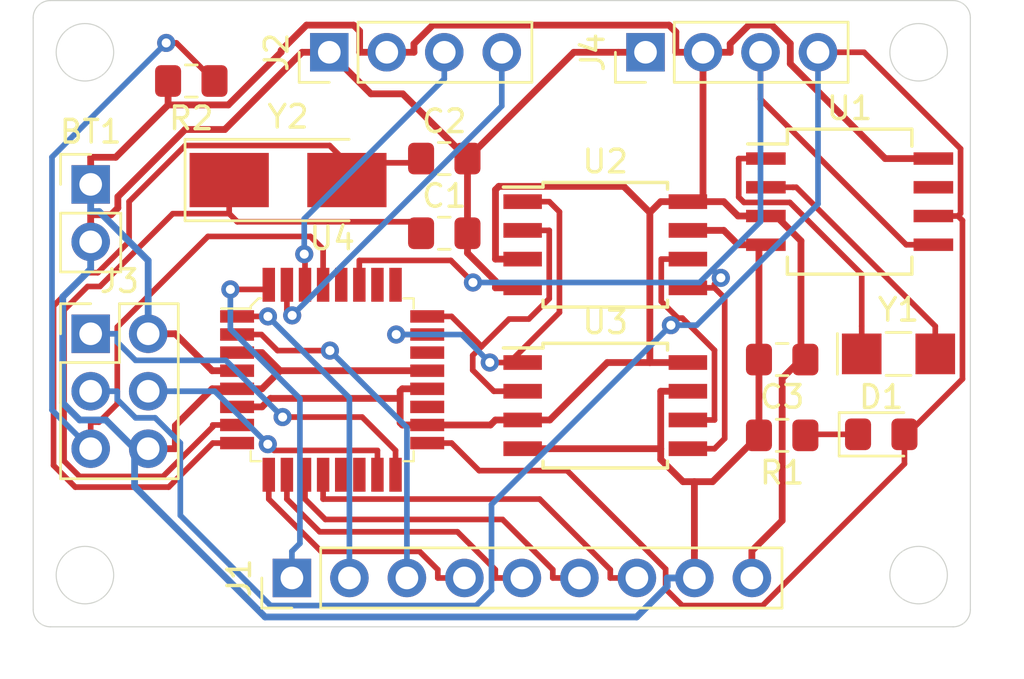
<source format=kicad_pcb>
(kicad_pcb (version 20171130) (host pcbnew "(5.1.2)-1")

  (general
    (thickness 1.6)
    (drawings 12)
    (tracks 344)
    (zones 0)
    (modules 17)
    (nets 32)
  )

  (page A4)
  (title_block
    (title "Duino Clone")
    (date 2019-05-20)
    (rev 1)
    (company "3 Hit Combo")
    (comment 1 "Designed by Anthony Hollis")
  )

  (layers
    (0 F.Cu signal)
    (1 In1.Cu power)
    (2 In2.Cu power)
    (31 B.Cu signal)
    (32 B.Adhes user)
    (33 F.Adhes user)
    (34 B.Paste user)
    (35 F.Paste user)
    (36 B.SilkS user)
    (37 F.SilkS user)
    (38 B.Mask user)
    (39 F.Mask user)
    (40 Dwgs.User user)
    (41 Cmts.User user)
    (42 Eco1.User user)
    (43 Eco2.User user)
    (44 Edge.Cuts user)
    (45 Margin user)
    (46 B.CrtYd user)
    (47 F.CrtYd user)
    (48 B.Fab user)
    (49 F.Fab user)
  )

  (setup
    (last_trace_width 0.25)
    (user_trace_width 0.3)
    (trace_clearance 0.2)
    (zone_clearance 0.508)
    (zone_45_only no)
    (trace_min 0.2)
    (via_size 0.8)
    (via_drill 0.4)
    (via_min_size 0.4)
    (via_min_drill 0.3)
    (user_via 1 0.6)
    (uvia_size 0.3)
    (uvia_drill 0.1)
    (uvias_allowed no)
    (uvia_min_size 0.2)
    (uvia_min_drill 0.1)
    (edge_width 0.05)
    (segment_width 0.2)
    (pcb_text_width 0.3)
    (pcb_text_size 1.5 1.5)
    (mod_edge_width 0.12)
    (mod_text_size 1 1)
    (mod_text_width 0.15)
    (pad_size 1.524 1.524)
    (pad_drill 0.762)
    (pad_to_mask_clearance 0.051)
    (solder_mask_min_width 0.25)
    (aux_axis_origin 0 0)
    (visible_elements FFFFFF7F)
    (pcbplotparams
      (layerselection 0x010fc_ffffffff)
      (usegerberextensions false)
      (usegerberattributes false)
      (usegerberadvancedattributes false)
      (creategerberjobfile false)
      (excludeedgelayer true)
      (linewidth 0.100000)
      (plotframeref false)
      (viasonmask false)
      (mode 1)
      (useauxorigin false)
      (hpglpennumber 1)
      (hpglpenspeed 20)
      (hpglpendiameter 15.000000)
      (psnegative false)
      (psa4output false)
      (plotreference true)
      (plotvalue true)
      (plotinvisibletext false)
      (padsonsilk false)
      (subtractmaskfromsilk false)
      (outputformat 1)
      (mirror false)
      (drillshape 1)
      (scaleselection 1)
      (outputdirectory ""))
  )

  (net 0 "")
  (net 1 /Vcc)
  (net 2 GNDPWR)
  (net 3 "Net-(C1-Pad1)")
  (net 4 "Net-(C2-Pad1)")
  (net 5 "Net-(D1-Pad1)")
  (net 6 /SCK)
  (net 7 /D2)
  (net 8 /D3)
  (net 9 /D4)
  (net 10 /D5)
  (net 11 /D6)
  (net 12 /D7)
  (net 13 /D8)
  (net 14 /RX)
  (net 15 /TX)
  (net 16 /MISO)
  (net 17 /MOSI)
  (net 18 /RESET)
  (net 19 /SDA)
  (net 20 "Net-(U1-Pad1)")
  (net 21 "Net-(U1-Pad2)")
  (net 22 "Net-(U1-Pad7)")
  (net 23 /ADDS1)
  (net 24 /ADDS2)
  (net 25 "Net-(U4-Pad13)")
  (net 26 "Net-(U4-Pad14)")
  (net 27 "Net-(U4-Pad19)")
  (net 28 "Net-(U4-Pad22)")
  (net 29 "Net-(U4-Pad25)")
  (net 30 "Net-(U4-Pad26)")
  (net 31 "Net-(U4-Pad28)")

  (net_class Default "This is the default net class."
    (clearance 0.2)
    (trace_width 0.25)
    (via_dia 0.8)
    (via_drill 0.4)
    (uvia_dia 0.3)
    (uvia_drill 0.1)
    (add_net /ADDS1)
    (add_net /ADDS2)
    (add_net /D2)
    (add_net /D3)
    (add_net /D4)
    (add_net /D5)
    (add_net /D6)
    (add_net /D7)
    (add_net /D8)
    (add_net /MISO)
    (add_net /MOSI)
    (add_net /RESET)
    (add_net /RX)
    (add_net /SCK)
    (add_net /SDA)
    (add_net /TX)
    (add_net "Net-(C1-Pad1)")
    (add_net "Net-(C2-Pad1)")
    (add_net "Net-(D1-Pad1)")
    (add_net "Net-(U1-Pad1)")
    (add_net "Net-(U1-Pad2)")
    (add_net "Net-(U1-Pad7)")
    (add_net "Net-(U4-Pad13)")
    (add_net "Net-(U4-Pad14)")
    (add_net "Net-(U4-Pad19)")
    (add_net "Net-(U4-Pad22)")
    (add_net "Net-(U4-Pad25)")
    (add_net "Net-(U4-Pad26)")
    (add_net "Net-(U4-Pad28)")
  )

  (net_class Power ""
    (clearance 0.2)
    (trace_width 0.3)
    (via_dia 1)
    (via_drill 0.6)
    (uvia_dia 0.3)
    (uvia_drill 0.1)
    (add_net /Vcc)
    (add_net GNDPWR)
  )

  (module Connector_PinHeader_2.54mm:PinHeader_1x02_P2.54mm_Vertical (layer F.Cu) (tedit 59FED5CC) (tstamp 5CE308A7)
    (at 82.804 91.44)
    (descr "Through hole straight pin header, 1x02, 2.54mm pitch, single row")
    (tags "Through hole pin header THT 1x02 2.54mm single row")
    (path /5CE2F41C)
    (fp_text reference BT1 (at 0 -2.33) (layer F.SilkS)
      (effects (font (size 1 1) (thickness 0.15)))
    )
    (fp_text value "Battery 3v" (at 0 4.87) (layer F.Fab)
      (effects (font (size 1 1) (thickness 0.15)))
    )
    (fp_line (start -0.635 -1.27) (end 1.27 -1.27) (layer F.Fab) (width 0.1))
    (fp_line (start 1.27 -1.27) (end 1.27 3.81) (layer F.Fab) (width 0.1))
    (fp_line (start 1.27 3.81) (end -1.27 3.81) (layer F.Fab) (width 0.1))
    (fp_line (start -1.27 3.81) (end -1.27 -0.635) (layer F.Fab) (width 0.1))
    (fp_line (start -1.27 -0.635) (end -0.635 -1.27) (layer F.Fab) (width 0.1))
    (fp_line (start -1.33 3.87) (end 1.33 3.87) (layer F.SilkS) (width 0.12))
    (fp_line (start -1.33 1.27) (end -1.33 3.87) (layer F.SilkS) (width 0.12))
    (fp_line (start 1.33 1.27) (end 1.33 3.87) (layer F.SilkS) (width 0.12))
    (fp_line (start -1.33 1.27) (end 1.33 1.27) (layer F.SilkS) (width 0.12))
    (fp_line (start -1.33 0) (end -1.33 -1.33) (layer F.SilkS) (width 0.12))
    (fp_line (start -1.33 -1.33) (end 0 -1.33) (layer F.SilkS) (width 0.12))
    (fp_line (start -1.8 -1.8) (end -1.8 4.35) (layer F.CrtYd) (width 0.05))
    (fp_line (start -1.8 4.35) (end 1.8 4.35) (layer F.CrtYd) (width 0.05))
    (fp_line (start 1.8 4.35) (end 1.8 -1.8) (layer F.CrtYd) (width 0.05))
    (fp_line (start 1.8 -1.8) (end -1.8 -1.8) (layer F.CrtYd) (width 0.05))
    (fp_text user %R (at 0 1.27 90) (layer F.Fab)
      (effects (font (size 1 1) (thickness 0.15)))
    )
    (pad 1 thru_hole rect (at 0 0) (size 1.7 1.7) (drill 1) (layers *.Cu *.Mask)
      (net 1 /Vcc))
    (pad 2 thru_hole oval (at 0 2.54) (size 1.7 1.7) (drill 1) (layers *.Cu *.Mask)
      (net 2 GNDPWR))
    (model ${KISYS3DMOD}/Connector_PinHeader_2.54mm.3dshapes/PinHeader_1x02_P2.54mm_Vertical.wrl
      (at (xyz 0 0 0))
      (scale (xyz 1 1 1))
      (rotate (xyz 0 0 0))
    )
  )

  (module Capacitor_SMD:C_0805_2012Metric_Pad1.15x1.40mm_HandSolder (layer F.Cu) (tedit 5B36C52B) (tstamp 5CE31B5B)
    (at 98.425 93.599)
    (descr "Capacitor SMD 0805 (2012 Metric), square (rectangular) end terminal, IPC_7351 nominal with elongated pad for handsoldering. (Body size source: https://docs.google.com/spreadsheets/d/1BsfQQcO9C6DZCsRaXUlFlo91Tg2WpOkGARC1WS5S8t0/edit?usp=sharing), generated with kicad-footprint-generator")
    (tags "capacitor handsolder")
    (path /5CE30EAD)
    (attr smd)
    (fp_text reference C1 (at 0 -1.65) (layer F.SilkS)
      (effects (font (size 1 1) (thickness 0.15)))
    )
    (fp_text value 22pf (at 0 1.65) (layer F.Fab)
      (effects (font (size 1 1) (thickness 0.15)))
    )
    (fp_line (start -1 0.6) (end -1 -0.6) (layer F.Fab) (width 0.1))
    (fp_line (start -1 -0.6) (end 1 -0.6) (layer F.Fab) (width 0.1))
    (fp_line (start 1 -0.6) (end 1 0.6) (layer F.Fab) (width 0.1))
    (fp_line (start 1 0.6) (end -1 0.6) (layer F.Fab) (width 0.1))
    (fp_line (start -0.261252 -0.71) (end 0.261252 -0.71) (layer F.SilkS) (width 0.12))
    (fp_line (start -0.261252 0.71) (end 0.261252 0.71) (layer F.SilkS) (width 0.12))
    (fp_line (start -1.85 0.95) (end -1.85 -0.95) (layer F.CrtYd) (width 0.05))
    (fp_line (start -1.85 -0.95) (end 1.85 -0.95) (layer F.CrtYd) (width 0.05))
    (fp_line (start 1.85 -0.95) (end 1.85 0.95) (layer F.CrtYd) (width 0.05))
    (fp_line (start 1.85 0.95) (end -1.85 0.95) (layer F.CrtYd) (width 0.05))
    (fp_text user %R (at 0 0) (layer F.Fab)
      (effects (font (size 0.5 0.5) (thickness 0.08)))
    )
    (pad 1 smd roundrect (at -1.025 0) (size 1.15 1.4) (layers F.Cu F.Paste F.Mask) (roundrect_rratio 0.217391)
      (net 3 "Net-(C1-Pad1)"))
    (pad 2 smd roundrect (at 1.025 0) (size 1.15 1.4) (layers F.Cu F.Paste F.Mask) (roundrect_rratio 0.217391)
      (net 2 GNDPWR))
    (model ${KISYS3DMOD}/Capacitor_SMD.3dshapes/C_0805_2012Metric.wrl
      (at (xyz 0 0 0))
      (scale (xyz 1 1 1))
      (rotate (xyz 0 0 0))
    )
  )

  (module Capacitor_SMD:C_0805_2012Metric_Pad1.15x1.40mm_HandSolder (layer F.Cu) (tedit 5B36C52B) (tstamp 5CE31B8B)
    (at 98.425 90.297)
    (descr "Capacitor SMD 0805 (2012 Metric), square (rectangular) end terminal, IPC_7351 nominal with elongated pad for handsoldering. (Body size source: https://docs.google.com/spreadsheets/d/1BsfQQcO9C6DZCsRaXUlFlo91Tg2WpOkGARC1WS5S8t0/edit?usp=sharing), generated with kicad-footprint-generator")
    (tags "capacitor handsolder")
    (path /5CE31ACC)
    (attr smd)
    (fp_text reference C2 (at 0 -1.65) (layer F.SilkS)
      (effects (font (size 1 1) (thickness 0.15)))
    )
    (fp_text value 22pf (at 0 1.65) (layer F.Fab)
      (effects (font (size 1 1) (thickness 0.15)))
    )
    (fp_text user %R (at 0 0) (layer F.Fab)
      (effects (font (size 0.5 0.5) (thickness 0.08)))
    )
    (fp_line (start 1.85 0.95) (end -1.85 0.95) (layer F.CrtYd) (width 0.05))
    (fp_line (start 1.85 -0.95) (end 1.85 0.95) (layer F.CrtYd) (width 0.05))
    (fp_line (start -1.85 -0.95) (end 1.85 -0.95) (layer F.CrtYd) (width 0.05))
    (fp_line (start -1.85 0.95) (end -1.85 -0.95) (layer F.CrtYd) (width 0.05))
    (fp_line (start -0.261252 0.71) (end 0.261252 0.71) (layer F.SilkS) (width 0.12))
    (fp_line (start -0.261252 -0.71) (end 0.261252 -0.71) (layer F.SilkS) (width 0.12))
    (fp_line (start 1 0.6) (end -1 0.6) (layer F.Fab) (width 0.1))
    (fp_line (start 1 -0.6) (end 1 0.6) (layer F.Fab) (width 0.1))
    (fp_line (start -1 -0.6) (end 1 -0.6) (layer F.Fab) (width 0.1))
    (fp_line (start -1 0.6) (end -1 -0.6) (layer F.Fab) (width 0.1))
    (pad 2 smd roundrect (at 1.025 0) (size 1.15 1.4) (layers F.Cu F.Paste F.Mask) (roundrect_rratio 0.217391)
      (net 2 GNDPWR))
    (pad 1 smd roundrect (at -1.025 0) (size 1.15 1.4) (layers F.Cu F.Paste F.Mask) (roundrect_rratio 0.217391)
      (net 4 "Net-(C2-Pad1)"))
    (model ${KISYS3DMOD}/Capacitor_SMD.3dshapes/C_0805_2012Metric.wrl
      (at (xyz 0 0 0))
      (scale (xyz 1 1 1))
      (rotate (xyz 0 0 0))
    )
  )

  (module Capacitor_SMD:C_0805_2012Metric_Pad1.15x1.40mm_HandSolder (layer F.Cu) (tedit 5B36C52B) (tstamp 5CE308DA)
    (at 113.352 99.183 180)
    (descr "Capacitor SMD 0805 (2012 Metric), square (rectangular) end terminal, IPC_7351 nominal with elongated pad for handsoldering. (Body size source: https://docs.google.com/spreadsheets/d/1BsfQQcO9C6DZCsRaXUlFlo91Tg2WpOkGARC1WS5S8t0/edit?usp=sharing), generated with kicad-footprint-generator")
    (tags "capacitor handsolder")
    (path /5CE322B6)
    (attr smd)
    (fp_text reference C3 (at 0 -1.65) (layer F.SilkS)
      (effects (font (size 1 1) (thickness 0.15)))
    )
    (fp_text value 10uf (at 0 1.65) (layer F.Fab)
      (effects (font (size 1 1) (thickness 0.15)))
    )
    (fp_line (start -1 0.6) (end -1 -0.6) (layer F.Fab) (width 0.1))
    (fp_line (start -1 -0.6) (end 1 -0.6) (layer F.Fab) (width 0.1))
    (fp_line (start 1 -0.6) (end 1 0.6) (layer F.Fab) (width 0.1))
    (fp_line (start 1 0.6) (end -1 0.6) (layer F.Fab) (width 0.1))
    (fp_line (start -0.261252 -0.71) (end 0.261252 -0.71) (layer F.SilkS) (width 0.12))
    (fp_line (start -0.261252 0.71) (end 0.261252 0.71) (layer F.SilkS) (width 0.12))
    (fp_line (start -1.85 0.95) (end -1.85 -0.95) (layer F.CrtYd) (width 0.05))
    (fp_line (start -1.85 -0.95) (end 1.85 -0.95) (layer F.CrtYd) (width 0.05))
    (fp_line (start 1.85 -0.95) (end 1.85 0.95) (layer F.CrtYd) (width 0.05))
    (fp_line (start 1.85 0.95) (end -1.85 0.95) (layer F.CrtYd) (width 0.05))
    (fp_text user %R (at 0 0) (layer F.Fab)
      (effects (font (size 0.5 0.5) (thickness 0.08)))
    )
    (pad 1 smd roundrect (at -1.025 0 180) (size 1.15 1.4) (layers F.Cu F.Paste F.Mask) (roundrect_rratio 0.217391)
      (net 1 /Vcc))
    (pad 2 smd roundrect (at 1.025 0 180) (size 1.15 1.4) (layers F.Cu F.Paste F.Mask) (roundrect_rratio 0.217391)
      (net 2 GNDPWR))
    (model ${KISYS3DMOD}/Capacitor_SMD.3dshapes/C_0805_2012Metric.wrl
      (at (xyz 0 0 0))
      (scale (xyz 1 1 1))
      (rotate (xyz 0 0 0))
    )
  )

  (module LED_SMD:LED_0805_2012Metric_Pad1.15x1.40mm_HandSolder (layer F.Cu) (tedit 5B4B45C9) (tstamp 5CE308ED)
    (at 117.729 102.489)
    (descr "LED SMD 0805 (2012 Metric), square (rectangular) end terminal, IPC_7351 nominal, (Body size source: https://docs.google.com/spreadsheets/d/1BsfQQcO9C6DZCsRaXUlFlo91Tg2WpOkGARC1WS5S8t0/edit?usp=sharing), generated with kicad-footprint-generator")
    (tags "LED handsolder")
    (path /5CE330B4)
    (attr smd)
    (fp_text reference D1 (at 0 -1.65) (layer F.SilkS)
      (effects (font (size 1 1) (thickness 0.15)))
    )
    (fp_text value LED (at 0 1.65) (layer F.Fab)
      (effects (font (size 1 1) (thickness 0.15)))
    )
    (fp_line (start 1 -0.6) (end -0.7 -0.6) (layer F.Fab) (width 0.1))
    (fp_line (start -0.7 -0.6) (end -1 -0.3) (layer F.Fab) (width 0.1))
    (fp_line (start -1 -0.3) (end -1 0.6) (layer F.Fab) (width 0.1))
    (fp_line (start -1 0.6) (end 1 0.6) (layer F.Fab) (width 0.1))
    (fp_line (start 1 0.6) (end 1 -0.6) (layer F.Fab) (width 0.1))
    (fp_line (start 1 -0.96) (end -1.86 -0.96) (layer F.SilkS) (width 0.12))
    (fp_line (start -1.86 -0.96) (end -1.86 0.96) (layer F.SilkS) (width 0.12))
    (fp_line (start -1.86 0.96) (end 1 0.96) (layer F.SilkS) (width 0.12))
    (fp_line (start -1.85 0.95) (end -1.85 -0.95) (layer F.CrtYd) (width 0.05))
    (fp_line (start -1.85 -0.95) (end 1.85 -0.95) (layer F.CrtYd) (width 0.05))
    (fp_line (start 1.85 -0.95) (end 1.85 0.95) (layer F.CrtYd) (width 0.05))
    (fp_line (start 1.85 0.95) (end -1.85 0.95) (layer F.CrtYd) (width 0.05))
    (fp_text user %R (at 0 0) (layer F.Fab)
      (effects (font (size 0.5 0.5) (thickness 0.08)))
    )
    (pad 1 smd roundrect (at -1.025 0) (size 1.15 1.4) (layers F.Cu F.Paste F.Mask) (roundrect_rratio 0.217391)
      (net 5 "Net-(D1-Pad1)"))
    (pad 2 smd roundrect (at 1.025 0) (size 1.15 1.4) (layers F.Cu F.Paste F.Mask) (roundrect_rratio 0.217391)
      (net 6 /SCK))
    (model ${KISYS3DMOD}/LED_SMD.3dshapes/LED_0805_2012Metric.wrl
      (at (xyz 0 0 0))
      (scale (xyz 1 1 1))
      (rotate (xyz 0 0 0))
    )
  )

  (module Connector_PinHeader_2.54mm:PinHeader_1x09_P2.54mm_Vertical (layer F.Cu) (tedit 59FED5CC) (tstamp 5CE3090A)
    (at 91.694 108.839 90)
    (descr "Through hole straight pin header, 1x09, 2.54mm pitch, single row")
    (tags "Through hole pin header THT 1x09 2.54mm single row")
    (path /5CE3C2E7/5CE3D253)
    (fp_text reference J1 (at 0 -2.33 90) (layer F.SilkS)
      (effects (font (size 1 1) (thickness 0.15)))
    )
    (fp_text value "Digital pins" (at 0 22.65 90) (layer F.Fab)
      (effects (font (size 1 1) (thickness 0.15)))
    )
    (fp_line (start -0.635 -1.27) (end 1.27 -1.27) (layer F.Fab) (width 0.1))
    (fp_line (start 1.27 -1.27) (end 1.27 21.59) (layer F.Fab) (width 0.1))
    (fp_line (start 1.27 21.59) (end -1.27 21.59) (layer F.Fab) (width 0.1))
    (fp_line (start -1.27 21.59) (end -1.27 -0.635) (layer F.Fab) (width 0.1))
    (fp_line (start -1.27 -0.635) (end -0.635 -1.27) (layer F.Fab) (width 0.1))
    (fp_line (start -1.33 21.65) (end 1.33 21.65) (layer F.SilkS) (width 0.12))
    (fp_line (start -1.33 1.27) (end -1.33 21.65) (layer F.SilkS) (width 0.12))
    (fp_line (start 1.33 1.27) (end 1.33 21.65) (layer F.SilkS) (width 0.12))
    (fp_line (start -1.33 1.27) (end 1.33 1.27) (layer F.SilkS) (width 0.12))
    (fp_line (start -1.33 0) (end -1.33 -1.33) (layer F.SilkS) (width 0.12))
    (fp_line (start -1.33 -1.33) (end 0 -1.33) (layer F.SilkS) (width 0.12))
    (fp_line (start -1.8 -1.8) (end -1.8 22.1) (layer F.CrtYd) (width 0.05))
    (fp_line (start -1.8 22.1) (end 1.8 22.1) (layer F.CrtYd) (width 0.05))
    (fp_line (start 1.8 22.1) (end 1.8 -1.8) (layer F.CrtYd) (width 0.05))
    (fp_line (start 1.8 -1.8) (end -1.8 -1.8) (layer F.CrtYd) (width 0.05))
    (fp_text user %R (at 0 10.16) (layer F.Fab)
      (effects (font (size 1 1) (thickness 0.15)))
    )
    (pad 1 thru_hole rect (at 0 0 90) (size 1.7 1.7) (drill 1) (layers *.Cu *.Mask)
      (net 7 /D2))
    (pad 2 thru_hole oval (at 0 2.54 90) (size 1.7 1.7) (drill 1) (layers *.Cu *.Mask)
      (net 8 /D3))
    (pad 3 thru_hole oval (at 0 5.08 90) (size 1.7 1.7) (drill 1) (layers *.Cu *.Mask)
      (net 9 /D4))
    (pad 4 thru_hole oval (at 0 7.62 90) (size 1.7 1.7) (drill 1) (layers *.Cu *.Mask)
      (net 10 /D5))
    (pad 5 thru_hole oval (at 0 10.16 90) (size 1.7 1.7) (drill 1) (layers *.Cu *.Mask)
      (net 11 /D6))
    (pad 6 thru_hole oval (at 0 12.7 90) (size 1.7 1.7) (drill 1) (layers *.Cu *.Mask)
      (net 12 /D7))
    (pad 7 thru_hole oval (at 0 15.24 90) (size 1.7 1.7) (drill 1) (layers *.Cu *.Mask)
      (net 13 /D8))
    (pad 8 thru_hole oval (at 0 17.78 90) (size 1.7 1.7) (drill 1) (layers *.Cu *.Mask)
      (net 2 GNDPWR))
    (pad 9 thru_hole oval (at 0 20.32 90) (size 1.7 1.7) (drill 1) (layers *.Cu *.Mask)
      (net 1 /Vcc))
    (model ${KISYS3DMOD}/Connector_PinHeader_2.54mm.3dshapes/PinHeader_1x09_P2.54mm_Vertical.wrl
      (at (xyz 0 0 0))
      (scale (xyz 1 1 1))
      (rotate (xyz 0 0 0))
    )
  )

  (module Connector_PinHeader_2.54mm:PinHeader_1x04_P2.54mm_Vertical (layer F.Cu) (tedit 59FED5CC) (tstamp 5CE30922)
    (at 93.345 85.598 90)
    (descr "Through hole straight pin header, 1x04, 2.54mm pitch, single row")
    (tags "Through hole pin header THT 1x04 2.54mm single row")
    (path /5CE3C2E7/5CE40335)
    (fp_text reference J2 (at 0 -2.33 90) (layer F.SilkS)
      (effects (font (size 1 1) (thickness 0.15)))
    )
    (fp_text value Serial (at 0 9.95 90) (layer F.Fab)
      (effects (font (size 1 1) (thickness 0.15)))
    )
    (fp_line (start -0.635 -1.27) (end 1.27 -1.27) (layer F.Fab) (width 0.1))
    (fp_line (start 1.27 -1.27) (end 1.27 8.89) (layer F.Fab) (width 0.1))
    (fp_line (start 1.27 8.89) (end -1.27 8.89) (layer F.Fab) (width 0.1))
    (fp_line (start -1.27 8.89) (end -1.27 -0.635) (layer F.Fab) (width 0.1))
    (fp_line (start -1.27 -0.635) (end -0.635 -1.27) (layer F.Fab) (width 0.1))
    (fp_line (start -1.33 8.95) (end 1.33 8.95) (layer F.SilkS) (width 0.12))
    (fp_line (start -1.33 1.27) (end -1.33 8.95) (layer F.SilkS) (width 0.12))
    (fp_line (start 1.33 1.27) (end 1.33 8.95) (layer F.SilkS) (width 0.12))
    (fp_line (start -1.33 1.27) (end 1.33 1.27) (layer F.SilkS) (width 0.12))
    (fp_line (start -1.33 0) (end -1.33 -1.33) (layer F.SilkS) (width 0.12))
    (fp_line (start -1.33 -1.33) (end 0 -1.33) (layer F.SilkS) (width 0.12))
    (fp_line (start -1.8 -1.8) (end -1.8 9.4) (layer F.CrtYd) (width 0.05))
    (fp_line (start -1.8 9.4) (end 1.8 9.4) (layer F.CrtYd) (width 0.05))
    (fp_line (start 1.8 9.4) (end 1.8 -1.8) (layer F.CrtYd) (width 0.05))
    (fp_line (start 1.8 -1.8) (end -1.8 -1.8) (layer F.CrtYd) (width 0.05))
    (fp_text user %R (at 0 3.81) (layer F.Fab)
      (effects (font (size 1 1) (thickness 0.15)))
    )
    (pad 1 thru_hole rect (at 0 0 90) (size 1.7 1.7) (drill 1) (layers *.Cu *.Mask)
      (net 2 GNDPWR))
    (pad 2 thru_hole oval (at 0 2.54 90) (size 1.7 1.7) (drill 1) (layers *.Cu *.Mask)
      (net 1 /Vcc))
    (pad 3 thru_hole oval (at 0 5.08 90) (size 1.7 1.7) (drill 1) (layers *.Cu *.Mask)
      (net 14 /RX))
    (pad 4 thru_hole oval (at 0 7.62 90) (size 1.7 1.7) (drill 1) (layers *.Cu *.Mask)
      (net 15 /TX))
    (model ${KISYS3DMOD}/Connector_PinHeader_2.54mm.3dshapes/PinHeader_1x04_P2.54mm_Vertical.wrl
      (at (xyz 0 0 0))
      (scale (xyz 1 1 1))
      (rotate (xyz 0 0 0))
    )
  )

  (module Connector_PinHeader_2.54mm:PinHeader_2x03_P2.54mm_Vertical (layer F.Cu) (tedit 59FED5CC) (tstamp 5CE3093E)
    (at 82.804 98.044)
    (descr "Through hole straight pin header, 2x03, 2.54mm pitch, double rows")
    (tags "Through hole pin header THT 2x03 2.54mm double row")
    (path /5CE3C2E7/5CE3EBBD)
    (fp_text reference J3 (at 1.27 -2.33) (layer F.SilkS)
      (effects (font (size 1 1) (thickness 0.15)))
    )
    (fp_text value ICSP (at 1.27 7.41) (layer F.Fab)
      (effects (font (size 1 1) (thickness 0.15)))
    )
    (fp_line (start 0 -1.27) (end 3.81 -1.27) (layer F.Fab) (width 0.1))
    (fp_line (start 3.81 -1.27) (end 3.81 6.35) (layer F.Fab) (width 0.1))
    (fp_line (start 3.81 6.35) (end -1.27 6.35) (layer F.Fab) (width 0.1))
    (fp_line (start -1.27 6.35) (end -1.27 0) (layer F.Fab) (width 0.1))
    (fp_line (start -1.27 0) (end 0 -1.27) (layer F.Fab) (width 0.1))
    (fp_line (start -1.33 6.41) (end 3.87 6.41) (layer F.SilkS) (width 0.12))
    (fp_line (start -1.33 1.27) (end -1.33 6.41) (layer F.SilkS) (width 0.12))
    (fp_line (start 3.87 -1.33) (end 3.87 6.41) (layer F.SilkS) (width 0.12))
    (fp_line (start -1.33 1.27) (end 1.27 1.27) (layer F.SilkS) (width 0.12))
    (fp_line (start 1.27 1.27) (end 1.27 -1.33) (layer F.SilkS) (width 0.12))
    (fp_line (start 1.27 -1.33) (end 3.87 -1.33) (layer F.SilkS) (width 0.12))
    (fp_line (start -1.33 0) (end -1.33 -1.33) (layer F.SilkS) (width 0.12))
    (fp_line (start -1.33 -1.33) (end 0 -1.33) (layer F.SilkS) (width 0.12))
    (fp_line (start -1.8 -1.8) (end -1.8 6.85) (layer F.CrtYd) (width 0.05))
    (fp_line (start -1.8 6.85) (end 4.35 6.85) (layer F.CrtYd) (width 0.05))
    (fp_line (start 4.35 6.85) (end 4.35 -1.8) (layer F.CrtYd) (width 0.05))
    (fp_line (start 4.35 -1.8) (end -1.8 -1.8) (layer F.CrtYd) (width 0.05))
    (fp_text user %R (at 1.27 2.54 90) (layer F.Fab)
      (effects (font (size 1 1) (thickness 0.15)))
    )
    (pad 1 thru_hole rect (at 0 0) (size 1.7 1.7) (drill 1) (layers *.Cu *.Mask)
      (net 16 /MISO))
    (pad 2 thru_hole oval (at 2.54 0) (size 1.7 1.7) (drill 1) (layers *.Cu *.Mask)
      (net 1 /Vcc))
    (pad 3 thru_hole oval (at 0 2.54) (size 1.7 1.7) (drill 1) (layers *.Cu *.Mask)
      (net 6 /SCK))
    (pad 4 thru_hole oval (at 2.54 2.54) (size 1.7 1.7) (drill 1) (layers *.Cu *.Mask)
      (net 17 /MOSI))
    (pad 5 thru_hole oval (at 0 5.08) (size 1.7 1.7) (drill 1) (layers *.Cu *.Mask)
      (net 18 /RESET))
    (pad 6 thru_hole oval (at 2.54 5.08) (size 1.7 1.7) (drill 1) (layers *.Cu *.Mask)
      (net 2 GNDPWR))
    (model ${KISYS3DMOD}/Connector_PinHeader_2.54mm.3dshapes/PinHeader_2x03_P2.54mm_Vertical.wrl
      (at (xyz 0 0 0))
      (scale (xyz 1 1 1))
      (rotate (xyz 0 0 0))
    )
  )

  (module Connector_PinHeader_2.54mm:PinHeader_1x04_P2.54mm_Vertical (layer F.Cu) (tedit 59FED5CC) (tstamp 5CE30956)
    (at 107.315 85.598 90)
    (descr "Through hole straight pin header, 1x04, 2.54mm pitch, single row")
    (tags "Through hole pin header THT 1x04 2.54mm single row")
    (path /5CE3C2E7/5CE3DCFD)
    (fp_text reference J4 (at 0 -2.33 90) (layer F.SilkS)
      (effects (font (size 1 1) (thickness 0.15)))
    )
    (fp_text value I2C (at 0 9.95 90) (layer F.Fab)
      (effects (font (size 1 1) (thickness 0.15)))
    )
    (fp_text user %R (at 0 3.81) (layer F.Fab)
      (effects (font (size 1 1) (thickness 0.15)))
    )
    (fp_line (start 1.8 -1.8) (end -1.8 -1.8) (layer F.CrtYd) (width 0.05))
    (fp_line (start 1.8 9.4) (end 1.8 -1.8) (layer F.CrtYd) (width 0.05))
    (fp_line (start -1.8 9.4) (end 1.8 9.4) (layer F.CrtYd) (width 0.05))
    (fp_line (start -1.8 -1.8) (end -1.8 9.4) (layer F.CrtYd) (width 0.05))
    (fp_line (start -1.33 -1.33) (end 0 -1.33) (layer F.SilkS) (width 0.12))
    (fp_line (start -1.33 0) (end -1.33 -1.33) (layer F.SilkS) (width 0.12))
    (fp_line (start -1.33 1.27) (end 1.33 1.27) (layer F.SilkS) (width 0.12))
    (fp_line (start 1.33 1.27) (end 1.33 8.95) (layer F.SilkS) (width 0.12))
    (fp_line (start -1.33 1.27) (end -1.33 8.95) (layer F.SilkS) (width 0.12))
    (fp_line (start -1.33 8.95) (end 1.33 8.95) (layer F.SilkS) (width 0.12))
    (fp_line (start -1.27 -0.635) (end -0.635 -1.27) (layer F.Fab) (width 0.1))
    (fp_line (start -1.27 8.89) (end -1.27 -0.635) (layer F.Fab) (width 0.1))
    (fp_line (start 1.27 8.89) (end -1.27 8.89) (layer F.Fab) (width 0.1))
    (fp_line (start 1.27 -1.27) (end 1.27 8.89) (layer F.Fab) (width 0.1))
    (fp_line (start -0.635 -1.27) (end 1.27 -1.27) (layer F.Fab) (width 0.1))
    (pad 4 thru_hole oval (at 0 7.62 90) (size 1.7 1.7) (drill 1) (layers *.Cu *.Mask)
      (net 6 /SCK))
    (pad 3 thru_hole oval (at 0 5.08 90) (size 1.7 1.7) (drill 1) (layers *.Cu *.Mask)
      (net 19 /SDA))
    (pad 2 thru_hole oval (at 0 2.54 90) (size 1.7 1.7) (drill 1) (layers *.Cu *.Mask)
      (net 1 /Vcc))
    (pad 1 thru_hole rect (at 0 0 90) (size 1.7 1.7) (drill 1) (layers *.Cu *.Mask)
      (net 2 GNDPWR))
    (model ${KISYS3DMOD}/Connector_PinHeader_2.54mm.3dshapes/PinHeader_1x04_P2.54mm_Vertical.wrl
      (at (xyz 0 0 0))
      (scale (xyz 1 1 1))
      (rotate (xyz 0 0 0))
    )
  )

  (module Resistor_SMD:R_0805_2012Metric_Pad1.15x1.40mm_HandSolder (layer F.Cu) (tedit 5B36C52B) (tstamp 5CE30967)
    (at 113.352 102.534 180)
    (descr "Resistor SMD 0805 (2012 Metric), square (rectangular) end terminal, IPC_7351 nominal with elongated pad for handsoldering. (Body size source: https://docs.google.com/spreadsheets/d/1BsfQQcO9C6DZCsRaXUlFlo91Tg2WpOkGARC1WS5S8t0/edit?usp=sharing), generated with kicad-footprint-generator")
    (tags "resistor handsolder")
    (path /5CE33F79)
    (attr smd)
    (fp_text reference R1 (at 0 -1.65) (layer F.SilkS)
      (effects (font (size 1 1) (thickness 0.15)))
    )
    (fp_text value 330ohm (at 0 1.65) (layer F.Fab)
      (effects (font (size 1 1) (thickness 0.15)))
    )
    (fp_line (start -1 0.6) (end -1 -0.6) (layer F.Fab) (width 0.1))
    (fp_line (start -1 -0.6) (end 1 -0.6) (layer F.Fab) (width 0.1))
    (fp_line (start 1 -0.6) (end 1 0.6) (layer F.Fab) (width 0.1))
    (fp_line (start 1 0.6) (end -1 0.6) (layer F.Fab) (width 0.1))
    (fp_line (start -0.261252 -0.71) (end 0.261252 -0.71) (layer F.SilkS) (width 0.12))
    (fp_line (start -0.261252 0.71) (end 0.261252 0.71) (layer F.SilkS) (width 0.12))
    (fp_line (start -1.85 0.95) (end -1.85 -0.95) (layer F.CrtYd) (width 0.05))
    (fp_line (start -1.85 -0.95) (end 1.85 -0.95) (layer F.CrtYd) (width 0.05))
    (fp_line (start 1.85 -0.95) (end 1.85 0.95) (layer F.CrtYd) (width 0.05))
    (fp_line (start 1.85 0.95) (end -1.85 0.95) (layer F.CrtYd) (width 0.05))
    (fp_text user %R (at 0 0) (layer F.Fab)
      (effects (font (size 0.5 0.5) (thickness 0.08)))
    )
    (pad 1 smd roundrect (at -1.025 0 180) (size 1.15 1.4) (layers F.Cu F.Paste F.Mask) (roundrect_rratio 0.217391)
      (net 5 "Net-(D1-Pad1)"))
    (pad 2 smd roundrect (at 1.025 0 180) (size 1.15 1.4) (layers F.Cu F.Paste F.Mask) (roundrect_rratio 0.217391)
      (net 2 GNDPWR))
    (model ${KISYS3DMOD}/Resistor_SMD.3dshapes/R_0805_2012Metric.wrl
      (at (xyz 0 0 0))
      (scale (xyz 1 1 1))
      (rotate (xyz 0 0 0))
    )
  )

  (module Resistor_SMD:R_0805_2012Metric_Pad1.15x1.40mm_HandSolder (layer F.Cu) (tedit 5B36C52B) (tstamp 5CE30978)
    (at 87.249 86.868 180)
    (descr "Resistor SMD 0805 (2012 Metric), square (rectangular) end terminal, IPC_7351 nominal with elongated pad for handsoldering. (Body size source: https://docs.google.com/spreadsheets/d/1BsfQQcO9C6DZCsRaXUlFlo91Tg2WpOkGARC1WS5S8t0/edit?usp=sharing), generated with kicad-footprint-generator")
    (tags "resistor handsolder")
    (path /5CE34AF5)
    (attr smd)
    (fp_text reference R2 (at 0 -1.65) (layer F.SilkS)
      (effects (font (size 1 1) (thickness 0.15)))
    )
    (fp_text value 10kohm (at 0 1.65) (layer F.Fab)
      (effects (font (size 1 1) (thickness 0.15)))
    )
    (fp_text user %R (at 0 0) (layer F.Fab)
      (effects (font (size 0.5 0.5) (thickness 0.08)))
    )
    (fp_line (start 1.85 0.95) (end -1.85 0.95) (layer F.CrtYd) (width 0.05))
    (fp_line (start 1.85 -0.95) (end 1.85 0.95) (layer F.CrtYd) (width 0.05))
    (fp_line (start -1.85 -0.95) (end 1.85 -0.95) (layer F.CrtYd) (width 0.05))
    (fp_line (start -1.85 0.95) (end -1.85 -0.95) (layer F.CrtYd) (width 0.05))
    (fp_line (start -0.261252 0.71) (end 0.261252 0.71) (layer F.SilkS) (width 0.12))
    (fp_line (start -0.261252 -0.71) (end 0.261252 -0.71) (layer F.SilkS) (width 0.12))
    (fp_line (start 1 0.6) (end -1 0.6) (layer F.Fab) (width 0.1))
    (fp_line (start 1 -0.6) (end 1 0.6) (layer F.Fab) (width 0.1))
    (fp_line (start -1 -0.6) (end 1 -0.6) (layer F.Fab) (width 0.1))
    (fp_line (start -1 0.6) (end -1 -0.6) (layer F.Fab) (width 0.1))
    (pad 2 smd roundrect (at 1.025 0 180) (size 1.15 1.4) (layers F.Cu F.Paste F.Mask) (roundrect_rratio 0.217391)
      (net 1 /Vcc))
    (pad 1 smd roundrect (at -1.025 0 180) (size 1.15 1.4) (layers F.Cu F.Paste F.Mask) (roundrect_rratio 0.217391)
      (net 18 /RESET))
    (model ${KISYS3DMOD}/Resistor_SMD.3dshapes/R_0805_2012Metric.wrl
      (at (xyz 0 0 0))
      (scale (xyz 1 1 1))
      (rotate (xyz 0 0 0))
    )
  )

  (module Package_SO:SO-8_5.3x6.2mm_P1.27mm (layer F.Cu) (tedit 5A02F2D3) (tstamp 5CE30995)
    (at 116.332 92.202)
    (descr "8-Lead Plastic Small Outline, 5.3x6.2mm Body (http://www.ti.com.cn/cn/lit/ds/symlink/tl7705a.pdf)")
    (tags "SOIC 1.27")
    (path /5CE464AF)
    (attr smd)
    (fp_text reference U1 (at 0 -4.13) (layer F.SilkS)
      (effects (font (size 1 1) (thickness 0.15)))
    )
    (fp_text value DS1337S+ (at 0 4.13) (layer F.Fab)
      (effects (font (size 1 1) (thickness 0.15)))
    )
    (fp_text user %R (at 0 0) (layer F.Fab)
      (effects (font (size 1 1) (thickness 0.15)))
    )
    (fp_line (start -1.65 -3.1) (end 2.65 -3.1) (layer F.Fab) (width 0.15))
    (fp_line (start 2.65 -3.1) (end 2.65 3.1) (layer F.Fab) (width 0.15))
    (fp_line (start 2.65 3.1) (end -2.65 3.1) (layer F.Fab) (width 0.15))
    (fp_line (start -2.65 3.1) (end -2.65 -2.1) (layer F.Fab) (width 0.15))
    (fp_line (start -2.65 -2.1) (end -1.65 -3.1) (layer F.Fab) (width 0.15))
    (fp_line (start -4.83 -3.35) (end -4.83 3.35) (layer F.CrtYd) (width 0.05))
    (fp_line (start 4.83 -3.35) (end 4.83 3.35) (layer F.CrtYd) (width 0.05))
    (fp_line (start -4.83 -3.35) (end 4.83 -3.35) (layer F.CrtYd) (width 0.05))
    (fp_line (start -4.83 3.35) (end 4.83 3.35) (layer F.CrtYd) (width 0.05))
    (fp_line (start -2.75 -3.205) (end -2.75 -2.55) (layer F.SilkS) (width 0.15))
    (fp_line (start 2.75 -3.205) (end 2.75 -2.455) (layer F.SilkS) (width 0.15))
    (fp_line (start 2.75 3.205) (end 2.75 2.455) (layer F.SilkS) (width 0.15))
    (fp_line (start -2.75 3.205) (end -2.75 2.455) (layer F.SilkS) (width 0.15))
    (fp_line (start -2.75 -3.205) (end 2.75 -3.205) (layer F.SilkS) (width 0.15))
    (fp_line (start -2.75 3.205) (end 2.75 3.205) (layer F.SilkS) (width 0.15))
    (fp_line (start -2.75 -2.55) (end -4.5 -2.55) (layer F.SilkS) (width 0.15))
    (pad 1 smd rect (at -3.7 -1.905) (size 1.75 0.55) (layers F.Cu F.Paste F.Mask)
      (net 20 "Net-(U1-Pad1)"))
    (pad 2 smd rect (at -3.7 -0.635) (size 1.75 0.55) (layers F.Cu F.Paste F.Mask)
      (net 21 "Net-(U1-Pad2)"))
    (pad 3 smd rect (at -3.7 0.635) (size 1.75 0.55) (layers F.Cu F.Paste F.Mask)
      (net 1 /Vcc))
    (pad 4 smd rect (at -3.7 1.905) (size 1.75 0.55) (layers F.Cu F.Paste F.Mask)
      (net 2 GNDPWR))
    (pad 5 smd rect (at 3.7 1.905) (size 1.75 0.55) (layers F.Cu F.Paste F.Mask)
      (net 19 /SDA))
    (pad 6 smd rect (at 3.7 0.635) (size 1.75 0.55) (layers F.Cu F.Paste F.Mask)
      (net 6 /SCK))
    (pad 7 smd rect (at 3.7 -0.635) (size 1.75 0.55) (layers F.Cu F.Paste F.Mask)
      (net 22 "Net-(U1-Pad7)"))
    (pad 8 smd rect (at 3.7 -1.905) (size 1.75 0.55) (layers F.Cu F.Paste F.Mask)
      (net 1 /Vcc))
    (model ${KISYS3DMOD}/Package_SO.3dshapes/SO-8_5.3x6.2mm_P1.27mm.wrl
      (at (xyz 0 0 0))
      (scale (xyz 1 1 1))
      (rotate (xyz 0 0 0))
    )
  )

  (module Package_SO:SOIJ-8_5.3x5.3mm_P1.27mm (layer F.Cu) (tedit 5A02F2D3) (tstamp 5CE309B2)
    (at 105.537 94.107)
    (descr "8-Lead Plastic Small Outline (SM) - Medium, 5.28 mm Body [SOIC] (see Microchip Packaging Specification 00000049BS.pdf)")
    (tags "SOIC 1.27")
    (path /5CE35387)
    (attr smd)
    (fp_text reference U2 (at 0 -3.68) (layer F.SilkS)
      (effects (font (size 1 1) (thickness 0.15)))
    )
    (fp_text value 24LC1025 (at 0 3.68) (layer F.Fab)
      (effects (font (size 1 1) (thickness 0.15)))
    )
    (fp_text user %R (at 0 0) (layer F.Fab)
      (effects (font (size 1 1) (thickness 0.15)))
    )
    (fp_line (start -1.65 -2.65) (end 2.65 -2.65) (layer F.Fab) (width 0.15))
    (fp_line (start 2.65 -2.65) (end 2.65 2.65) (layer F.Fab) (width 0.15))
    (fp_line (start 2.65 2.65) (end -2.65 2.65) (layer F.Fab) (width 0.15))
    (fp_line (start -2.65 2.65) (end -2.65 -1.65) (layer F.Fab) (width 0.15))
    (fp_line (start -2.65 -1.65) (end -1.65 -2.65) (layer F.Fab) (width 0.15))
    (fp_line (start -4.75 -2.95) (end -4.75 2.95) (layer F.CrtYd) (width 0.05))
    (fp_line (start 4.75 -2.95) (end 4.75 2.95) (layer F.CrtYd) (width 0.05))
    (fp_line (start -4.75 -2.95) (end 4.75 -2.95) (layer F.CrtYd) (width 0.05))
    (fp_line (start -4.75 2.95) (end 4.75 2.95) (layer F.CrtYd) (width 0.05))
    (fp_line (start -2.75 -2.755) (end -2.75 -2.55) (layer F.SilkS) (width 0.15))
    (fp_line (start 2.75 -2.755) (end 2.75 -2.455) (layer F.SilkS) (width 0.15))
    (fp_line (start 2.75 2.755) (end 2.75 2.455) (layer F.SilkS) (width 0.15))
    (fp_line (start -2.75 2.755) (end -2.75 2.455) (layer F.SilkS) (width 0.15))
    (fp_line (start -2.75 -2.755) (end 2.75 -2.755) (layer F.SilkS) (width 0.15))
    (fp_line (start -2.75 2.755) (end 2.75 2.755) (layer F.SilkS) (width 0.15))
    (fp_line (start -2.75 -2.55) (end -4.5 -2.55) (layer F.SilkS) (width 0.15))
    (pad 1 smd rect (at -3.65 -1.905) (size 1.7 0.65) (layers F.Cu F.Paste F.Mask)
      (net 23 /ADDS1))
    (pad 2 smd rect (at -3.65 -0.635) (size 1.7 0.65) (layers F.Cu F.Paste F.Mask)
      (net 24 /ADDS2))
    (pad 3 smd rect (at -3.65 0.635) (size 1.7 0.65) (layers F.Cu F.Paste F.Mask)
      (net 1 /Vcc))
    (pad 4 smd rect (at -3.65 1.905) (size 1.7 0.65) (layers F.Cu F.Paste F.Mask)
      (net 2 GNDPWR))
    (pad 5 smd rect (at 3.65 1.905) (size 1.7 0.65) (layers F.Cu F.Paste F.Mask)
      (net 19 /SDA))
    (pad 6 smd rect (at 3.65 0.635) (size 1.7 0.65) (layers F.Cu F.Paste F.Mask)
      (net 6 /SCK))
    (pad 7 smd rect (at 3.65 -0.635) (size 1.7 0.65) (layers F.Cu F.Paste F.Mask)
      (net 2 GNDPWR))
    (pad 8 smd rect (at 3.65 -1.905) (size 1.7 0.65) (layers F.Cu F.Paste F.Mask)
      (net 1 /Vcc))
    (model ${KISYS3DMOD}/Package_SO.3dshapes/SOIJ-8_5.3x5.3mm_P1.27mm.wrl
      (at (xyz 0 0 0))
      (scale (xyz 1 1 1))
      (rotate (xyz 0 0 0))
    )
  )

  (module Package_SO:SOIJ-8_5.3x5.3mm_P1.27mm (layer F.Cu) (tedit 5A02F2D3) (tstamp 5CE309CF)
    (at 105.537 101.219)
    (descr "8-Lead Plastic Small Outline (SM) - Medium, 5.28 mm Body [SOIC] (see Microchip Packaging Specification 00000049BS.pdf)")
    (tags "SOIC 1.27")
    (path /5CE55027)
    (attr smd)
    (fp_text reference U3 (at 0 -3.68) (layer F.SilkS)
      (effects (font (size 1 1) (thickness 0.15)))
    )
    (fp_text value 24LC1025 (at 0 3.68) (layer F.Fab)
      (effects (font (size 1 1) (thickness 0.15)))
    )
    (fp_line (start -2.75 -2.55) (end -4.5 -2.55) (layer F.SilkS) (width 0.15))
    (fp_line (start -2.75 2.755) (end 2.75 2.755) (layer F.SilkS) (width 0.15))
    (fp_line (start -2.75 -2.755) (end 2.75 -2.755) (layer F.SilkS) (width 0.15))
    (fp_line (start -2.75 2.755) (end -2.75 2.455) (layer F.SilkS) (width 0.15))
    (fp_line (start 2.75 2.755) (end 2.75 2.455) (layer F.SilkS) (width 0.15))
    (fp_line (start 2.75 -2.755) (end 2.75 -2.455) (layer F.SilkS) (width 0.15))
    (fp_line (start -2.75 -2.755) (end -2.75 -2.55) (layer F.SilkS) (width 0.15))
    (fp_line (start -4.75 2.95) (end 4.75 2.95) (layer F.CrtYd) (width 0.05))
    (fp_line (start -4.75 -2.95) (end 4.75 -2.95) (layer F.CrtYd) (width 0.05))
    (fp_line (start 4.75 -2.95) (end 4.75 2.95) (layer F.CrtYd) (width 0.05))
    (fp_line (start -4.75 -2.95) (end -4.75 2.95) (layer F.CrtYd) (width 0.05))
    (fp_line (start -2.65 -1.65) (end -1.65 -2.65) (layer F.Fab) (width 0.15))
    (fp_line (start -2.65 2.65) (end -2.65 -1.65) (layer F.Fab) (width 0.15))
    (fp_line (start 2.65 2.65) (end -2.65 2.65) (layer F.Fab) (width 0.15))
    (fp_line (start 2.65 -2.65) (end 2.65 2.65) (layer F.Fab) (width 0.15))
    (fp_line (start -1.65 -2.65) (end 2.65 -2.65) (layer F.Fab) (width 0.15))
    (fp_text user %R (at 0 0) (layer F.Fab)
      (effects (font (size 1 1) (thickness 0.15)))
    )
    (pad 8 smd rect (at 3.65 -1.905) (size 1.7 0.65) (layers F.Cu F.Paste F.Mask)
      (net 1 /Vcc))
    (pad 7 smd rect (at 3.65 -0.635) (size 1.7 0.65) (layers F.Cu F.Paste F.Mask)
      (net 2 GNDPWR))
    (pad 6 smd rect (at 3.65 0.635) (size 1.7 0.65) (layers F.Cu F.Paste F.Mask)
      (net 6 /SCK))
    (pad 5 smd rect (at 3.65 1.905) (size 1.7 0.65) (layers F.Cu F.Paste F.Mask)
      (net 19 /SDA))
    (pad 4 smd rect (at -3.65 1.905) (size 1.7 0.65) (layers F.Cu F.Paste F.Mask)
      (net 2 GNDPWR))
    (pad 3 smd rect (at -3.65 0.635) (size 1.7 0.65) (layers F.Cu F.Paste F.Mask)
      (net 1 /Vcc))
    (pad 2 smd rect (at -3.65 -0.635) (size 1.7 0.65) (layers F.Cu F.Paste F.Mask)
      (net 24 /ADDS2))
    (pad 1 smd rect (at -3.65 -1.905) (size 1.7 0.65) (layers F.Cu F.Paste F.Mask)
      (net 23 /ADDS1))
    (model ${KISYS3DMOD}/Package_SO.3dshapes/SOIJ-8_5.3x5.3mm_P1.27mm.wrl
      (at (xyz 0 0 0))
      (scale (xyz 1 1 1))
      (rotate (xyz 0 0 0))
    )
  )

  (module digikey-footprints:TQFP-32_7x7mm (layer F.Cu) (tedit 59C2C6A7) (tstamp 5CE30A07)
    (at 93.472 100.076)
    (descr http://www.atmel.com/Images/Atmel-8826-SEEPROM-PCB-Mounting-Guidelines-Surface-Mount-Packages-ApplicationNote.pdf)
    (path /5CE4135D)
    (fp_text reference U4 (at 0 -6.25) (layer F.SilkS)
      (effects (font (size 1 1) (thickness 0.15)))
    )
    (fp_text value ATMEGA328P-AU (at 0 6.2) (layer F.Fab)
      (effects (font (size 1 1) (thickness 0.15)))
    )
    (fp_text user %R (at 0 0) (layer F.Fab)
      (effects (font (size 1 1) (thickness 0.15)))
    )
    (fp_line (start -5.2 5.2) (end 5.2 5.2) (layer F.CrtYd) (width 0.05))
    (fp_line (start -5.2 -5.2) (end -5.2 5.2) (layer F.CrtYd) (width 0.05))
    (fp_line (start 5.2 -5.2) (end 5.2 5.2) (layer F.CrtYd) (width 0.05))
    (fp_line (start -5.2 -5.2) (end 5.2 -5.2) (layer F.CrtYd) (width 0.05))
    (fp_line (start -3.15 -3.6) (end -3.25 -3.6) (layer F.SilkS) (width 0.1))
    (fp_line (start -3.25 -3.6) (end -3.6 -3.25) (layer F.SilkS) (width 0.1))
    (fp_line (start -3.6 -3.25) (end -3.6 -3.15) (layer F.SilkS) (width 0.1))
    (fp_line (start -3.6 -3.15) (end -4.9 -3.15) (layer F.SilkS) (width 0.1))
    (fp_line (start 3.6 -3.6) (end 3.15 -3.6) (layer F.SilkS) (width 0.1))
    (fp_line (start 3.6 -3.6) (end 3.6 -3.15) (layer F.SilkS) (width 0.1))
    (fp_line (start 3.6 3.6) (end 3.6 3.15) (layer F.SilkS) (width 0.1))
    (fp_line (start 3.6 3.6) (end 3.15 3.6) (layer F.SilkS) (width 0.1))
    (fp_line (start -3.6 3.6) (end -3.15 3.6) (layer F.SilkS) (width 0.1))
    (fp_line (start -3.6 3.6) (end -3.6 3.15) (layer F.SilkS) (width 0.1))
    (fp_line (start -3.5 -3.2) (end -3.5 3.5) (layer F.Fab) (width 0.1))
    (fp_line (start -3.2 -3.5) (end 3.5 -3.5) (layer F.Fab) (width 0.1))
    (fp_line (start -3.5 -3.2) (end -3.2 -3.5) (layer F.Fab) (width 0.1))
    (fp_line (start -3.5 3.5) (end 3.5 3.5) (layer F.Fab) (width 0.1))
    (fp_line (start 3.5 -3.5) (end 3.5 3.5) (layer F.Fab) (width 0.1))
    (pad 9 smd rect (at -2.8 4.2) (size 0.55 1.5) (layers F.Cu F.Paste F.Mask)
      (net 10 /D5))
    (pad 1 smd rect (at -4.2 -2.8) (size 1.5 0.55) (layers F.Cu F.Paste F.Mask)
      (net 8 /D3))
    (pad 2 smd rect (at -4.2 -2) (size 1.5 0.55) (layers F.Cu F.Paste F.Mask)
      (net 9 /D4))
    (pad 3 smd rect (at -4.2 -1.2) (size 1.5 0.55) (layers F.Cu F.Paste F.Mask)
      (net 2 GNDPWR))
    (pad 4 smd rect (at -4.2 -0.4) (size 1.5 0.55) (layers F.Cu F.Paste F.Mask)
      (net 1 /Vcc))
    (pad 5 smd rect (at -4.2 0.4) (size 1.5 0.55) (layers F.Cu F.Paste F.Mask)
      (net 2 GNDPWR))
    (pad 6 smd rect (at -4.2 1.2) (size 1.5 0.55) (layers F.Cu F.Paste F.Mask)
      (net 1 /Vcc))
    (pad 7 smd rect (at -4.2 2) (size 1.5 0.55) (layers F.Cu F.Paste F.Mask)
      (net 3 "Net-(C1-Pad1)"))
    (pad 8 smd rect (at -4.2 2.8) (size 1.5 0.55) (layers F.Cu F.Paste F.Mask)
      (net 4 "Net-(C2-Pad1)"))
    (pad 10 smd rect (at -2 4.2) (size 0.55 1.5) (layers F.Cu F.Paste F.Mask)
      (net 11 /D6))
    (pad 11 smd rect (at -1.2 4.2) (size 0.55 1.5) (layers F.Cu F.Paste F.Mask)
      (net 12 /D7))
    (pad 12 smd rect (at -0.4 4.2) (size 0.55 1.5) (layers F.Cu F.Paste F.Mask)
      (net 13 /D8))
    (pad 13 smd rect (at 0.4 4.2) (size 0.55 1.5) (layers F.Cu F.Paste F.Mask)
      (net 25 "Net-(U4-Pad13)"))
    (pad 14 smd rect (at 1.2 4.2) (size 0.55 1.5) (layers F.Cu F.Paste F.Mask)
      (net 26 "Net-(U4-Pad14)"))
    (pad 15 smd rect (at 2 4.2) (size 0.55 1.5) (layers F.Cu F.Paste F.Mask)
      (net 17 /MOSI))
    (pad 16 smd rect (at 2.8 4.2) (size 0.55 1.5) (layers F.Cu F.Paste F.Mask)
      (net 16 /MISO))
    (pad 17 smd rect (at 4.2 2.8) (size 1.5 0.55) (layers F.Cu F.Paste F.Mask)
      (net 6 /SCK))
    (pad 18 smd rect (at 4.2 2) (size 1.5 0.55) (layers F.Cu F.Paste F.Mask)
      (net 1 /Vcc))
    (pad 19 smd rect (at 4.2 1.2) (size 1.5 0.55) (layers F.Cu F.Paste F.Mask)
      (net 27 "Net-(U4-Pad19)"))
    (pad 20 smd rect (at 4.2 0.4) (size 1.5 0.55) (layers F.Cu F.Paste F.Mask)
      (net 1 /Vcc))
    (pad 21 smd rect (at 4.2 -0.4) (size 1.5 0.55) (layers F.Cu F.Paste F.Mask)
      (net 2 GNDPWR))
    (pad 22 smd rect (at 4.2 -1.2) (size 1.5 0.55) (layers F.Cu F.Paste F.Mask)
      (net 28 "Net-(U4-Pad22)"))
    (pad 23 smd rect (at 4.2 -2) (size 1.5 0.55) (layers F.Cu F.Paste F.Mask)
      (net 23 /ADDS1))
    (pad 24 smd rect (at 4.2 -2.8) (size 1.5 0.55) (layers F.Cu F.Paste F.Mask)
      (net 24 /ADDS2))
    (pad 25 smd rect (at 2.8 -4.2) (size 0.55 1.5) (layers F.Cu F.Paste F.Mask)
      (net 29 "Net-(U4-Pad25)"))
    (pad 26 smd rect (at 2 -4.2) (size 0.55 1.5) (layers F.Cu F.Paste F.Mask)
      (net 30 "Net-(U4-Pad26)"))
    (pad 27 smd rect (at 1.2 -4.2) (size 0.55 1.5) (layers F.Cu F.Paste F.Mask)
      (net 19 /SDA))
    (pad 28 smd rect (at 0.4 -4.2) (size 0.55 1.5) (layers F.Cu F.Paste F.Mask)
      (net 31 "Net-(U4-Pad28)"))
    (pad 29 smd rect (at -0.4 -4.2) (size 0.55 1.5) (layers F.Cu F.Paste F.Mask)
      (net 18 /RESET))
    (pad 30 smd rect (at -1.2 -4.2) (size 0.55 1.5) (layers F.Cu F.Paste F.Mask)
      (net 14 /RX))
    (pad 31 smd rect (at -2 -4.2) (size 0.55 1.5) (layers F.Cu F.Paste F.Mask)
      (net 15 /TX))
    (pad 32 smd rect (at -2.8 -4.2) (size 0.55 1.5) (layers F.Cu F.Paste F.Mask)
      (net 7 /D2))
  )

  (module Crystal:Crystal_SMD_MicroCrystal_CC7V-T1A-2Pin_3.2x1.5mm_HandSoldering (layer F.Cu) (tedit 5A0FD1B2) (tstamp 5CE30A1A)
    (at 118.491 98.933)
    (descr "SMD Crystal MicroCrystal CC7V-T1A/CM7V-T1A series http://www.microcrystal.com/images/_Product-Documentation/01_TF_ceramic_Packages/01_Datasheet/CC1V-T1A.pdf, hand-soldering, 3.2x1.5mm^2 package")
    (tags "SMD SMT crystal hand-soldering")
    (path /5CE47483)
    (attr smd)
    (fp_text reference Y1 (at 0 -1.95) (layer F.SilkS)
      (effects (font (size 1 1) (thickness 0.15)))
    )
    (fp_text value "Crystal 32MHz" (at 0 1.95) (layer F.Fab)
      (effects (font (size 1 1) (thickness 0.15)))
    )
    (fp_text user %R (at 0 0) (layer F.Fab)
      (effects (font (size 0.7 0.7) (thickness 0.105)))
    )
    (fp_line (start -1.6 -0.75) (end -1.6 0.75) (layer F.Fab) (width 0.1))
    (fp_line (start -1.6 0.75) (end 1.6 0.75) (layer F.Fab) (width 0.1))
    (fp_line (start 1.6 0.75) (end 1.6 -0.75) (layer F.Fab) (width 0.1))
    (fp_line (start 1.6 -0.75) (end -1.6 -0.75) (layer F.Fab) (width 0.1))
    (fp_line (start -1.6 0.25) (end -1.1 0.75) (layer F.Fab) (width 0.1))
    (fp_line (start -0.55 -0.95) (end 0.55 -0.95) (layer F.SilkS) (width 0.12))
    (fp_line (start -0.55 0.95) (end 0.55 0.95) (layer F.SilkS) (width 0.12))
    (fp_line (start -2.7 -0.9) (end -2.7 0.9) (layer F.SilkS) (width 0.12))
    (fp_line (start -2.8 -1.2) (end -2.8 1.2) (layer F.CrtYd) (width 0.05))
    (fp_line (start -2.8 1.2) (end 2.8 1.2) (layer F.CrtYd) (width 0.05))
    (fp_line (start 2.8 1.2) (end 2.8 -1.2) (layer F.CrtYd) (width 0.05))
    (fp_line (start 2.8 -1.2) (end -2.8 -1.2) (layer F.CrtYd) (width 0.05))
    (pad 1 smd rect (at -1.625 0) (size 1.75 1.8) (layers F.Cu F.Paste F.Mask)
      (net 20 "Net-(U1-Pad1)"))
    (pad 2 smd rect (at 1.625 0) (size 1.75 1.8) (layers F.Cu F.Paste F.Mask)
      (net 21 "Net-(U1-Pad2)"))
    (model ${KISYS3DMOD}/Crystal.3dshapes/Crystal_SMD_MicroCrystal_CC7V-T1A-2Pin_3.2x1.5mm_HandSoldering.wrl
      (at (xyz 0 0 0))
      (scale (xyz 1 1 1))
      (rotate (xyz 0 0 0))
    )
  )

  (module Crystal:Crystal_SMD_5032-2Pin_5.0x3.2mm_HandSoldering (layer F.Cu) (tedit 5A0FD1B2) (tstamp 5CE30A35)
    (at 91.523 91.247)
    (descr "SMD Crystal SERIES SMD2520/2 http://www.icbase.com/File/PDF/HKC/HKC00061008.pdf, hand-soldering, 5.0x3.2mm^2 package")
    (tags "SMD SMT crystal hand-soldering")
    (path /5CE4858A)
    (attr smd)
    (fp_text reference Y2 (at 0 -2.8) (layer F.SilkS)
      (effects (font (size 1 1) (thickness 0.15)))
    )
    (fp_text value "Crystal 16MHz" (at 0 2.8) (layer F.Fab)
      (effects (font (size 1 1) (thickness 0.15)))
    )
    (fp_text user %R (at 0 0) (layer F.Fab)
      (effects (font (size 1 1) (thickness 0.15)))
    )
    (fp_line (start -2.3 -1.6) (end 2.3 -1.6) (layer F.Fab) (width 0.1))
    (fp_line (start 2.3 -1.6) (end 2.5 -1.4) (layer F.Fab) (width 0.1))
    (fp_line (start 2.5 -1.4) (end 2.5 1.4) (layer F.Fab) (width 0.1))
    (fp_line (start 2.5 1.4) (end 2.3 1.6) (layer F.Fab) (width 0.1))
    (fp_line (start 2.3 1.6) (end -2.3 1.6) (layer F.Fab) (width 0.1))
    (fp_line (start -2.3 1.6) (end -2.5 1.4) (layer F.Fab) (width 0.1))
    (fp_line (start -2.5 1.4) (end -2.5 -1.4) (layer F.Fab) (width 0.1))
    (fp_line (start -2.5 -1.4) (end -2.3 -1.6) (layer F.Fab) (width 0.1))
    (fp_line (start -2.5 0.6) (end -1.5 1.6) (layer F.Fab) (width 0.1))
    (fp_line (start 2.7 -1.8) (end -4.55 -1.8) (layer F.SilkS) (width 0.12))
    (fp_line (start -4.55 -1.8) (end -4.55 1.8) (layer F.SilkS) (width 0.12))
    (fp_line (start -4.55 1.8) (end 2.7 1.8) (layer F.SilkS) (width 0.12))
    (fp_line (start -4.6 -1.9) (end -4.6 1.9) (layer F.CrtYd) (width 0.05))
    (fp_line (start -4.6 1.9) (end 4.6 1.9) (layer F.CrtYd) (width 0.05))
    (fp_line (start 4.6 1.9) (end 4.6 -1.9) (layer F.CrtYd) (width 0.05))
    (fp_line (start 4.6 -1.9) (end -4.6 -1.9) (layer F.CrtYd) (width 0.05))
    (fp_circle (center 0 0) (end 0.4 0) (layer F.Adhes) (width 0.1))
    (fp_circle (center 0 0) (end 0.333333 0) (layer F.Adhes) (width 0.133333))
    (fp_circle (center 0 0) (end 0.213333 0) (layer F.Adhes) (width 0.133333))
    (fp_circle (center 0 0) (end 0.093333 0) (layer F.Adhes) (width 0.186667))
    (pad 1 smd rect (at -2.6 0) (size 3.5 2.4) (layers F.Cu F.Paste F.Mask)
      (net 3 "Net-(C1-Pad1)"))
    (pad 2 smd rect (at 2.6 0) (size 3.5 2.4) (layers F.Cu F.Paste F.Mask)
      (net 4 "Net-(C2-Pad1)"))
    (model ${KISYS3DMOD}/Crystal.3dshapes/Crystal_SMD_5032-2Pin_5.0x3.2mm_HandSoldering.wrl
      (at (xyz 0 0 0))
      (scale (xyz 1 1 1))
      (rotate (xyz 0 0 0))
    )
  )

  (gr_circle (center 119.38 85.598) (end 118.11 85.598) (layer Edge.Cuts) (width 0.05) (tstamp 5CE327F1))
  (gr_circle (center 119.38 108.712) (end 118.11 108.712) (layer Edge.Cuts) (width 0.05) (tstamp 5CE327EF))
  (gr_circle (center 82.55 108.712) (end 81.28 108.712) (layer Edge.Cuts) (width 0.05) (tstamp 5CE327E8))
  (gr_circle (center 82.55 85.598) (end 81.28 85.598) (layer Edge.Cuts) (width 0.05))
  (gr_line (start 121.666 110.236) (end 121.666 84.074) (layer Edge.Cuts) (width 0.05) (tstamp 5CE326C6))
  (gr_line (start 81.026 110.998) (end 120.904 110.998) (layer Edge.Cuts) (width 0.05) (tstamp 5CE326C5))
  (gr_line (start 80.264 84.074) (end 80.264 110.236) (layer Edge.Cuts) (width 0.05) (tstamp 5CE326C4))
  (gr_line (start 120.904 83.312) (end 81.026 83.312) (layer Edge.Cuts) (width 0.05) (tstamp 5CE326C3))
  (gr_arc (start 120.904 84.074) (end 121.666 84.074) (angle -90) (layer Edge.Cuts) (width 0.05))
  (gr_arc (start 120.904 110.236) (end 120.904 110.998) (angle -90) (layer Edge.Cuts) (width 0.05))
  (gr_arc (start 81.026 110.236) (end 80.264 110.236) (angle -90) (layer Edge.Cuts) (width 0.05))
  (gr_arc (start 81.026 84.074) (end 81.026 83.312) (angle -90) (layer Edge.Cuts) (width 0.05))

  (segment (start 95.885 85.598) (end 94.6847 85.598) (width 0.3) (layer F.Cu) (net 1))
  (segment (start 107.5068 92.6819) (end 107.9867 92.202) (width 0.3) (layer F.Cu) (net 1))
  (segment (start 107.5068 99.314) (end 107.5068 92.6819) (width 0.3) (layer F.Cu) (net 1))
  (segment (start 107.5068 92.6819) (end 106.3515 91.5266) (width 0.3) (layer F.Cu) (net 1))
  (segment (start 106.3515 91.5266) (end 100.8347 91.5266) (width 0.3) (layer F.Cu) (net 1))
  (segment (start 100.8347 91.5266) (end 100.6867 91.6746) (width 0.3) (layer F.Cu) (net 1))
  (segment (start 100.6867 91.6746) (end 100.6867 94.742) (width 0.3) (layer F.Cu) (net 1))
  (segment (start 101.887 94.742) (end 100.6867 94.742) (width 0.3) (layer F.Cu) (net 1))
  (segment (start 107.5068 99.314) (end 109.187 99.314) (width 0.3) (layer F.Cu) (net 1))
  (segment (start 103.0873 101.854) (end 105.6273 99.314) (width 0.3) (layer F.Cu) (net 1))
  (segment (start 105.6273 99.314) (end 107.5068 99.314) (width 0.3) (layer F.Cu) (net 1))
  (segment (start 109.187 92.202) (end 107.9867 92.202) (width 0.3) (layer F.Cu) (net 1))
  (segment (start 109.855 92.202) (end 109.187 92.202) (width 0.3) (layer F.Cu) (net 1))
  (segment (start 111.4067 92.837) (end 110.7717 92.202) (width 0.3) (layer F.Cu) (net 1))
  (segment (start 110.7717 92.202) (end 109.855 92.202) (width 0.3) (layer F.Cu) (net 1))
  (segment (start 109.855 92.202) (end 109.855 86.7983) (width 0.3) (layer F.Cu) (net 1))
  (segment (start 109.855 85.598) (end 109.855 86.7983) (width 0.3) (layer F.Cu) (net 1))
  (segment (start 89.272 101.276) (end 90.3723 101.276) (width 0.3) (layer F.Cu) (net 1))
  (segment (start 96.4753 100.8995) (end 90.7488 100.8995) (width 0.3) (layer F.Cu) (net 1))
  (segment (start 90.7488 100.8995) (end 90.3723 101.276) (width 0.3) (layer F.Cu) (net 1))
  (segment (start 96.4753 100.8995) (end 96.4753 101.9796) (width 0.3) (layer F.Cu) (net 1))
  (segment (start 96.4753 101.9796) (end 96.5717 102.076) (width 0.3) (layer F.Cu) (net 1))
  (segment (start 96.5717 100.476) (end 96.4753 100.5724) (width 0.3) (layer F.Cu) (net 1))
  (segment (start 96.4753 100.5724) (end 96.4753 100.8995) (width 0.3) (layer F.Cu) (net 1))
  (segment (start 112.014 108.839) (end 112.014 107.6387) (width 0.3) (layer F.Cu) (net 1))
  (segment (start 95.885 85.598) (end 97.0853 85.598) (width 0.3) (layer F.Cu) (net 1))
  (segment (start 109.855 85.598) (end 108.6547 85.598) (width 0.3) (layer F.Cu) (net 1))
  (segment (start 108.6547 85.598) (end 108.6547 84.6978) (width 0.3) (layer F.Cu) (net 1))
  (segment (start 108.6547 84.6978) (end 108.3545 84.3976) (width 0.3) (layer F.Cu) (net 1))
  (segment (start 108.3545 84.3976) (end 97.9126 84.3976) (width 0.3) (layer F.Cu) (net 1))
  (segment (start 97.9126 84.3976) (end 97.0853 85.2249) (width 0.3) (layer F.Cu) (net 1))
  (segment (start 97.0853 85.2249) (end 97.0853 85.598) (width 0.3) (layer F.Cu) (net 1))
  (segment (start 86.224 87.9256) (end 83.9099 90.2397) (width 0.3) (layer F.Cu) (net 1))
  (segment (start 83.9099 90.2397) (end 82.804 90.2397) (width 0.3) (layer F.Cu) (net 1))
  (segment (start 86.224 86.868) (end 86.224 87.9256) (width 0.3) (layer F.Cu) (net 1))
  (segment (start 86.224 87.9256) (end 88.8851 87.9256) (width 0.3) (layer F.Cu) (net 1))
  (segment (start 88.8851 87.9256) (end 91.2201 85.5906) (width 0.3) (layer F.Cu) (net 1))
  (segment (start 91.2201 85.5906) (end 91.2201 85.5159) (width 0.3) (layer F.Cu) (net 1))
  (segment (start 91.2201 85.5159) (end 92.3384 84.3976) (width 0.3) (layer F.Cu) (net 1))
  (segment (start 92.3384 84.3976) (end 94.421 84.3976) (width 0.3) (layer F.Cu) (net 1))
  (segment (start 94.421 84.3976) (end 94.6847 84.6613) (width 0.3) (layer F.Cu) (net 1))
  (segment (start 94.6847 84.6613) (end 94.6847 85.598) (width 0.3) (layer F.Cu) (net 1))
  (segment (start 89.272 99.676) (end 88.1717 99.676) (width 0.3) (layer F.Cu) (net 1))
  (segment (start 85.344 98.044) (end 86.5443 98.044) (width 0.3) (layer F.Cu) (net 1))
  (segment (start 86.5443 98.044) (end 88.1717 99.6714) (width 0.3) (layer F.Cu) (net 1))
  (segment (start 88.1717 99.6714) (end 88.1717 99.676) (width 0.3) (layer F.Cu) (net 1))
  (segment (start 112.632 92.837) (end 111.4067 92.837) (width 0.3) (layer F.Cu) (net 1))
  (segment (start 114.182 99.183) (end 114.182 93.9342) (width 0.3) (layer F.Cu) (net 1))
  (segment (start 114.182 93.9342) (end 113.0848 92.837) (width 0.3) (layer F.Cu) (net 1))
  (segment (start 113.0848 92.837) (end 112.632 92.837) (width 0.3) (layer F.Cu) (net 1))
  (segment (start 97.672 102.076) (end 96.5717 102.076) (width 0.3) (layer F.Cu) (net 1))
  (segment (start 109.855 85.598) (end 111.0553 85.598) (width 0.3) (layer F.Cu) (net 1))
  (segment (start 111.0553 85.598) (end 111.0553 85.2229) (width 0.3) (layer F.Cu) (net 1))
  (segment (start 111.0553 85.2229) (end 111.8856 84.3926) (width 0.3) (layer F.Cu) (net 1))
  (segment (start 111.8856 84.3926) (end 112.8901 84.3926) (width 0.3) (layer F.Cu) (net 1))
  (segment (start 112.8901 84.3926) (end 113.7103 85.2128) (width 0.3) (layer F.Cu) (net 1))
  (segment (start 113.7103 85.2128) (end 113.7103 86.1047) (width 0.3) (layer F.Cu) (net 1))
  (segment (start 113.7103 86.1047) (end 117.9026 90.297) (width 0.3) (layer F.Cu) (net 1))
  (segment (start 117.9026 90.297) (end 120.032 90.297) (width 0.3) (layer F.Cu) (net 1))
  (segment (start 112.014 107.6387) (end 113.352 106.3007) (width 0.3) (layer F.Cu) (net 1))
  (segment (start 113.352 106.3007) (end 113.352 100.013) (width 0.3) (layer F.Cu) (net 1))
  (segment (start 113.352 100.013) (end 114.182 99.183) (width 0.3) (layer F.Cu) (net 1))
  (segment (start 114.182 99.183) (end 114.377 99.183) (width 0.3) (layer F.Cu) (net 1))
  (segment (start 97.672 102.076) (end 100.4647 102.076) (width 0.3) (layer F.Cu) (net 1))
  (segment (start 100.4647 102.076) (end 100.6867 101.854) (width 0.3) (layer F.Cu) (net 1))
  (segment (start 101.887 101.854) (end 100.6867 101.854) (width 0.3) (layer F.Cu) (net 1))
  (segment (start 101.887 101.854) (end 103.0873 101.854) (width 0.3) (layer F.Cu) (net 1))
  (segment (start 97.672 100.476) (end 96.5717 100.476) (width 0.3) (layer F.Cu) (net 1))
  (segment (start 82.804 91.44) (end 82.804 90.2397) (width 0.3) (layer F.Cu) (net 1))
  (segment (start 82.804 91.44) (end 82.804 92.6403) (width 0.3) (layer B.Cu) (net 1))
  (segment (start 82.804 92.6403) (end 83.1791 92.6403) (width 0.3) (layer B.Cu) (net 1))
  (segment (start 83.1791 92.6403) (end 85.344 94.8052) (width 0.3) (layer B.Cu) (net 1))
  (segment (start 85.344 94.8052) (end 85.344 98.044) (width 0.3) (layer B.Cu) (net 1))
  (segment (start 99.45 90.297) (end 96.5879 87.4349) (width 0.3) (layer F.Cu) (net 2))
  (segment (start 96.5879 87.4349) (end 95.1819 87.4349) (width 0.3) (layer F.Cu) (net 2))
  (segment (start 95.1819 87.4349) (end 93.345 85.598) (width 0.3) (layer F.Cu) (net 2))
  (segment (start 99.45 90.297) (end 99.45 93.599) (width 0.3) (layer F.Cu) (net 2))
  (segment (start 93.345 85.598) (end 92.1447 85.598) (width 0.3) (layer F.Cu) (net 2))
  (segment (start 82.804 93.98) (end 82.804 92.7797) (width 0.3) (layer F.Cu) (net 2))
  (segment (start 82.804 92.7797) (end 83.706 92.7797) (width 0.3) (layer F.Cu) (net 2))
  (segment (start 83.706 92.7797) (end 84.0043 92.4814) (width 0.3) (layer F.Cu) (net 2))
  (segment (start 84.0043 92.4814) (end 84.0043 91.9841) (width 0.3) (layer F.Cu) (net 2))
  (segment (start 84.0043 91.9841) (end 86.9759 89.0125) (width 0.3) (layer F.Cu) (net 2))
  (segment (start 86.9759 89.0125) (end 88.7302 89.0125) (width 0.3) (layer F.Cu) (net 2))
  (segment (start 88.7302 89.0125) (end 92.1447 85.598) (width 0.3) (layer F.Cu) (net 2))
  (segment (start 100.6867 96.012) (end 100.6867 95.7105) (width 0.3) (layer F.Cu) (net 2))
  (segment (start 100.6867 95.7105) (end 99.45 94.4738) (width 0.3) (layer F.Cu) (net 2))
  (segment (start 99.45 94.4738) (end 99.45 93.599) (width 0.3) (layer F.Cu) (net 2))
  (segment (start 101.887 96.012) (end 100.6867 96.012) (width 0.3) (layer F.Cu) (net 2))
  (segment (start 91.1723 99.676) (end 90.3723 98.876) (width 0.3) (layer F.Cu) (net 2))
  (segment (start 97.672 99.676) (end 91.1723 99.676) (width 0.3) (layer F.Cu) (net 2))
  (segment (start 91.1723 99.676) (end 90.3723 100.476) (width 0.3) (layer F.Cu) (net 2))
  (segment (start 89.272 100.476) (end 90.3723 100.476) (width 0.3) (layer F.Cu) (net 2))
  (segment (start 89.272 100.476) (end 88.1717 100.476) (width 0.3) (layer F.Cu) (net 2))
  (segment (start 85.344 103.124) (end 86.5443 103.124) (width 0.3) (layer F.Cu) (net 2))
  (segment (start 88.1717 100.476) (end 86.5443 102.1034) (width 0.3) (layer F.Cu) (net 2))
  (segment (start 86.5443 102.1034) (end 86.5443 103.124) (width 0.3) (layer F.Cu) (net 2))
  (segment (start 89.272 98.876) (end 90.3723 98.876) (width 0.3) (layer F.Cu) (net 2))
  (segment (start 82.804 93.98) (end 82.804 95.1803) (width 0.3) (layer B.Cu) (net 2))
  (segment (start 82.804 95.1803) (end 81.5701 96.4142) (width 0.3) (layer B.Cu) (net 2))
  (segment (start 81.5701 96.4142) (end 81.5701 101.1039) (width 0.3) (layer B.Cu) (net 2))
  (segment (start 81.5701 101.1039) (end 82.3202 101.854) (width 0.3) (layer B.Cu) (net 2))
  (segment (start 82.3202 101.854) (end 83.4739 101.854) (width 0.3) (layer B.Cu) (net 2))
  (segment (start 83.4739 101.854) (end 84.7439 103.124) (width 0.3) (layer B.Cu) (net 2))
  (segment (start 106.1147 85.598) (end 104.149 85.598) (width 0.3) (layer F.Cu) (net 2))
  (segment (start 104.149 85.598) (end 99.45 90.297) (width 0.3) (layer F.Cu) (net 2))
  (segment (start 111.4067 94.107) (end 110.7717 93.472) (width 0.3) (layer F.Cu) (net 2))
  (segment (start 110.7717 93.472) (end 109.187 93.472) (width 0.3) (layer F.Cu) (net 2))
  (segment (start 107.9867 103.124) (end 107.9867 100.584) (width 0.3) (layer F.Cu) (net 2))
  (segment (start 109.474 104.5822) (end 108.9738 104.5822) (width 0.3) (layer F.Cu) (net 2))
  (segment (start 108.9738 104.5822) (end 107.9867 103.5951) (width 0.3) (layer F.Cu) (net 2))
  (segment (start 107.9867 103.5951) (end 107.9867 103.124) (width 0.3) (layer F.Cu) (net 2))
  (segment (start 103.0873 103.124) (end 107.9867 103.124) (width 0.3) (layer F.Cu) (net 2))
  (segment (start 101.887 103.124) (end 103.0873 103.124) (width 0.3) (layer F.Cu) (net 2))
  (segment (start 112.327 102.534) (end 110.2788 104.5822) (width 0.3) (layer F.Cu) (net 2))
  (segment (start 110.2788 104.5822) (end 109.474 104.5822) (width 0.3) (layer F.Cu) (net 2))
  (segment (start 109.474 107.6387) (end 109.474 104.5822) (width 0.3) (layer F.Cu) (net 2))
  (segment (start 109.187 100.584) (end 107.9867 100.584) (width 0.3) (layer F.Cu) (net 2))
  (segment (start 107.315 85.598) (end 106.1147 85.598) (width 0.3) (layer F.Cu) (net 2))
  (segment (start 109.474 108.839) (end 108.2737 108.839) (width 0.3) (layer B.Cu) (net 2))
  (segment (start 84.7439 103.124) (end 84.7439 104.7977) (width 0.3) (layer B.Cu) (net 2))
  (segment (start 84.7439 104.7977) (end 90.509 110.5628) (width 0.3) (layer B.Cu) (net 2))
  (segment (start 90.509 110.5628) (end 106.9229 110.5628) (width 0.3) (layer B.Cu) (net 2))
  (segment (start 106.9229 110.5628) (end 108.2737 109.212) (width 0.3) (layer B.Cu) (net 2))
  (segment (start 108.2737 109.212) (end 108.2737 108.839) (width 0.3) (layer B.Cu) (net 2))
  (segment (start 85.344 103.124) (end 84.7439 103.124) (width 0.3) (layer B.Cu) (net 2))
  (segment (start 112.3905 94.107) (end 111.4067 94.107) (width 0.3) (layer F.Cu) (net 2))
  (segment (start 112.632 94.107) (end 112.3905 94.107) (width 0.3) (layer F.Cu) (net 2))
  (segment (start 112.327 99.183) (end 112.327 94.1705) (width 0.3) (layer F.Cu) (net 2))
  (segment (start 112.327 94.1705) (end 112.3905 94.107) (width 0.3) (layer F.Cu) (net 2))
  (segment (start 112.327 102.534) (end 112.327 99.183) (width 0.3) (layer F.Cu) (net 2))
  (segment (start 109.474 108.839) (end 109.474 107.6387) (width 0.3) (layer F.Cu) (net 2))
  (segment (start 88.923 92.7323) (end 89.2817 93.091) (width 0.25) (layer F.Cu) (net 3))
  (segment (start 89.2817 93.091) (end 96.892 93.091) (width 0.25) (layer F.Cu) (net 3))
  (segment (start 96.892 93.091) (end 97.4 93.599) (width 0.25) (layer F.Cu) (net 3))
  (segment (start 88.1967 102.076) (end 88.1967 102.155) (width 0.25) (layer F.Cu) (net 3))
  (segment (start 88.1967 102.155) (end 86.0012 104.3505) (width 0.25) (layer F.Cu) (net 3))
  (segment (start 86.0012 104.3505) (end 82.3134 104.3505) (width 0.25) (layer F.Cu) (net 3))
  (segment (start 82.3134 104.3505) (end 81.6286 103.6657) (width 0.25) (layer F.Cu) (net 3))
  (segment (start 81.6286 103.6657) (end 81.6286 96.9925) (width 0.25) (layer F.Cu) (net 3))
  (segment (start 81.6286 96.9925) (end 82.6687 95.9524) (width 0.25) (layer F.Cu) (net 3))
  (segment (start 82.6687 95.9524) (end 83.2123 95.9524) (width 0.25) (layer F.Cu) (net 3))
  (segment (start 83.2123 95.9524) (end 86.4324 92.7323) (width 0.25) (layer F.Cu) (net 3))
  (segment (start 86.4324 92.7323) (end 88.923 92.7323) (width 0.25) (layer F.Cu) (net 3))
  (segment (start 89.272 102.076) (end 88.1967 102.076) (width 0.25) (layer F.Cu) (net 3))
  (segment (start 88.923 92.6928) (end 88.923 92.7323) (width 0.25) (layer F.Cu) (net 3))
  (segment (start 88.923 92.6131) (end 88.923 92.6928) (width 0.25) (layer F.Cu) (net 3))
  (segment (start 88.923 91.247) (end 88.923 92.6131) (width 0.25) (layer F.Cu) (net 3))
  (segment (start 89.272 102.876) (end 88.1967 102.876) (width 0.25) (layer F.Cu) (net 4))
  (segment (start 94.123 90.4843) (end 93.3591 89.7204) (width 0.25) (layer F.Cu) (net 4))
  (segment (start 93.3591 89.7204) (end 86.9808 89.7204) (width 0.25) (layer F.Cu) (net 4))
  (segment (start 86.9808 89.7204) (end 84.5011 92.2001) (width 0.25) (layer F.Cu) (net 4))
  (segment (start 84.5011 92.2001) (end 84.5011 93.9608) (width 0.25) (layer F.Cu) (net 4))
  (segment (start 84.5011 93.9608) (end 83.1191 95.3428) (width 0.25) (layer F.Cu) (net 4))
  (segment (start 83.1191 95.3428) (end 82.6338 95.3428) (width 0.25) (layer F.Cu) (net 4))
  (segment (start 82.6338 95.3428) (end 81.1638 96.8128) (width 0.25) (layer F.Cu) (net 4))
  (segment (start 81.1638 96.8128) (end 81.1638 103.8616) (width 0.25) (layer F.Cu) (net 4))
  (segment (start 81.1638 103.8616) (end 82.1246 104.8224) (width 0.25) (layer F.Cu) (net 4))
  (segment (start 82.1246 104.8224) (end 86.2503 104.8224) (width 0.25) (layer F.Cu) (net 4))
  (segment (start 86.2503 104.8224) (end 88.1967 102.876) (width 0.25) (layer F.Cu) (net 4))
  (segment (start 97.4 90.297) (end 97.2127 90.4843) (width 0.25) (layer F.Cu) (net 4))
  (segment (start 97.2127 90.4843) (end 94.123 90.4843) (width 0.25) (layer F.Cu) (net 4))
  (segment (start 94.123 91.247) (end 94.123 90.4843) (width 0.25) (layer F.Cu) (net 4))
  (segment (start 116.704 102.489) (end 114.422 102.489) (width 0.25) (layer F.Cu) (net 5))
  (segment (start 114.422 102.489) (end 114.377 102.534) (width 0.25) (layer F.Cu) (net 5))
  (segment (start 97.672 102.876) (end 98.7473 102.876) (width 0.25) (layer F.Cu) (net 6))
  (segment (start 98.7473 102.876) (end 99.9643 104.093) (width 0.25) (layer F.Cu) (net 6))
  (segment (start 99.9643 104.093) (end 103.8522 104.093) (width 0.25) (layer F.Cu) (net 6))
  (segment (start 103.8522 104.093) (end 108.204 108.4448) (width 0.25) (layer F.Cu) (net 6))
  (segment (start 108.204 108.4448) (end 108.204 109.3278) (width 0.25) (layer F.Cu) (net 6))
  (segment (start 108.204 109.3278) (end 108.9352 110.059) (width 0.25) (layer F.Cu) (net 6))
  (segment (start 108.9352 110.059) (end 112.489 110.059) (width 0.25) (layer F.Cu) (net 6))
  (segment (start 112.489 110.059) (end 118.754 103.794) (width 0.25) (layer F.Cu) (net 6))
  (segment (start 118.754 103.794) (end 118.754 102.489) (width 0.25) (layer F.Cu) (net 6))
  (segment (start 109.187 94.742) (end 108.0117 94.742) (width 0.25) (layer F.Cu) (net 6))
  (segment (start 108.7499 97.3508) (end 108.0117 96.6126) (width 0.25) (layer F.Cu) (net 6))
  (segment (start 108.0117 96.6126) (end 108.0117 94.742) (width 0.25) (layer F.Cu) (net 6))
  (segment (start 110.3623 101.854) (end 110.3623 98.7702) (width 0.25) (layer F.Cu) (net 6))
  (segment (start 110.3623 98.7702) (end 108.9429 97.3508) (width 0.25) (layer F.Cu) (net 6))
  (segment (start 108.9429 97.3508) (end 108.7499 97.3508) (width 0.25) (layer F.Cu) (net 6))
  (segment (start 83.9793 100.584) (end 83.9793 100.9514) (width 0.25) (layer B.Cu) (net 6))
  (segment (start 83.9793 100.9514) (end 84.7872 101.7593) (width 0.25) (layer B.Cu) (net 6))
  (segment (start 84.7872 101.7593) (end 85.6523 101.7593) (width 0.25) (layer B.Cu) (net 6))
  (segment (start 85.6523 101.7593) (end 86.7643 102.8713) (width 0.25) (layer B.Cu) (net 6))
  (segment (start 86.7643 102.8713) (end 86.7643 106.072) (width 0.25) (layer B.Cu) (net 6))
  (segment (start 86.7643 106.072) (end 90.7512 110.0589) (width 0.25) (layer B.Cu) (net 6))
  (segment (start 90.7512 110.0589) (end 99.8338 110.0589) (width 0.25) (layer B.Cu) (net 6))
  (segment (start 99.8338 110.0589) (end 100.5116 109.3811) (width 0.25) (layer B.Cu) (net 6))
  (segment (start 100.5116 109.3811) (end 100.5116 105.5891) (width 0.25) (layer B.Cu) (net 6))
  (segment (start 100.5116 105.5891) (end 108.4377 97.663) (width 0.25) (layer B.Cu) (net 6))
  (segment (start 108.4377 97.663) (end 108.7499 97.3508) (width 0.25) (layer F.Cu) (net 6))
  (segment (start 108.4377 97.663) (end 109.5754 97.663) (width 0.25) (layer B.Cu) (net 6))
  (segment (start 109.5754 97.663) (end 114.935 92.3034) (width 0.25) (layer B.Cu) (net 6))
  (segment (start 114.935 92.3034) (end 114.935 85.598) (width 0.25) (layer B.Cu) (net 6))
  (segment (start 109.187 101.854) (end 110.3623 101.854) (width 0.25) (layer F.Cu) (net 6))
  (segment (start 121.1197 92.837) (end 121.3164 93.0337) (width 0.25) (layer F.Cu) (net 6))
  (segment (start 121.3164 93.0337) (end 121.3164 100.0426) (width 0.25) (layer F.Cu) (net 6))
  (segment (start 121.3164 100.0426) (end 118.87 102.489) (width 0.25) (layer F.Cu) (net 6))
  (segment (start 118.87 102.489) (end 118.754 102.489) (width 0.25) (layer F.Cu) (net 6))
  (segment (start 121.1197 92.837) (end 121.2323 92.7244) (width 0.25) (layer F.Cu) (net 6))
  (segment (start 121.2323 92.7244) (end 121.2323 89.8617) (width 0.25) (layer F.Cu) (net 6))
  (segment (start 121.2323 89.8617) (end 116.9686 85.598) (width 0.25) (layer F.Cu) (net 6))
  (segment (start 116.9686 85.598) (end 114.935 85.598) (width 0.25) (layer F.Cu) (net 6))
  (segment (start 120.032 92.837) (end 121.1197 92.837) (width 0.25) (layer F.Cu) (net 6))
  (segment (start 82.804 100.584) (end 83.9793 100.584) (width 0.25) (layer B.Cu) (net 6))
  (via (at 108.4377 97.663) (size 0.8) (layers F.Cu B.Cu) (net 6))
  (segment (start 91.694 108.839) (end 91.694 107.6637) (width 0.25) (layer B.Cu) (net 7))
  (segment (start 88.9752 96.0819) (end 90.4661 96.0819) (width 0.25) (layer F.Cu) (net 7))
  (segment (start 90.4661 96.0819) (end 90.672 95.876) (width 0.25) (layer F.Cu) (net 7))
  (segment (start 91.694 107.6637) (end 92.0469 107.3108) (width 0.25) (layer B.Cu) (net 7))
  (segment (start 92.0469 107.3108) (end 92.0469 100.906) (width 0.25) (layer B.Cu) (net 7))
  (segment (start 92.0469 100.906) (end 88.9752 97.8343) (width 0.25) (layer B.Cu) (net 7))
  (segment (start 88.9752 97.8343) (end 88.9752 96.0819) (width 0.25) (layer B.Cu) (net 7))
  (via (at 88.9752 96.0819) (size 0.8) (layers F.Cu B.Cu) (net 7))
  (segment (start 90.6352 97.276) (end 94.234 100.8748) (width 0.25) (layer B.Cu) (net 8))
  (segment (start 94.234 100.8748) (end 94.234 108.839) (width 0.25) (layer B.Cu) (net 8))
  (segment (start 90.3473 97.276) (end 90.6352 97.276) (width 0.25) (layer F.Cu) (net 8))
  (segment (start 89.272 97.276) (end 90.3473 97.276) (width 0.25) (layer F.Cu) (net 8))
  (via (at 90.6352 97.276) (size 0.8) (layers F.Cu B.Cu) (net 8))
  (segment (start 93.3731 98.786) (end 91.0573 98.786) (width 0.25) (layer F.Cu) (net 9))
  (segment (start 91.0573 98.786) (end 90.3473 98.076) (width 0.25) (layer F.Cu) (net 9))
  (segment (start 89.272 98.076) (end 90.3473 98.076) (width 0.25) (layer F.Cu) (net 9))
  (segment (start 93.3731 98.786) (end 96.774 102.1869) (width 0.25) (layer B.Cu) (net 9))
  (segment (start 96.774 102.1869) (end 96.774 108.839) (width 0.25) (layer B.Cu) (net 9))
  (via (at 93.3731 98.786) (size 0.8) (layers F.Cu B.Cu) (net 9))
  (segment (start 99.314 108.839) (end 98.1387 108.839) (width 0.25) (layer F.Cu) (net 10))
  (segment (start 90.672 104.276) (end 90.672 105.3513) (width 0.25) (layer F.Cu) (net 10))
  (segment (start 90.672 105.3513) (end 92.9844 107.6637) (width 0.25) (layer F.Cu) (net 10))
  (segment (start 92.9844 107.6637) (end 97.3308 107.6637) (width 0.25) (layer F.Cu) (net 10))
  (segment (start 97.3308 107.6637) (end 98.1387 108.4716) (width 0.25) (layer F.Cu) (net 10))
  (segment (start 98.1387 108.4716) (end 98.1387 108.839) (width 0.25) (layer F.Cu) (net 10))
  (segment (start 101.854 108.839) (end 100.6787 108.839) (width 0.25) (layer F.Cu) (net 11))
  (segment (start 91.472 104.276) (end 91.472 105.3513) (width 0.25) (layer F.Cu) (net 11))
  (segment (start 91.472 105.3513) (end 92.9192 106.7985) (width 0.25) (layer F.Cu) (net 11))
  (segment (start 92.9192 106.7985) (end 99.0055 106.7985) (width 0.25) (layer F.Cu) (net 11))
  (segment (start 99.0055 106.7985) (end 100.6787 108.4717) (width 0.25) (layer F.Cu) (net 11))
  (segment (start 100.6787 108.4717) (end 100.6787 108.839) (width 0.25) (layer F.Cu) (net 11))
  (segment (start 92.272 105.3513) (end 93.1727 106.252) (width 0.25) (layer F.Cu) (net 12))
  (segment (start 93.1727 106.252) (end 100.999 106.252) (width 0.25) (layer F.Cu) (net 12))
  (segment (start 100.999 106.252) (end 103.2187 108.4717) (width 0.25) (layer F.Cu) (net 12))
  (segment (start 103.2187 108.4717) (end 103.2187 108.839) (width 0.25) (layer F.Cu) (net 12))
  (segment (start 92.272 104.276) (end 92.272 105.3513) (width 0.25) (layer F.Cu) (net 12))
  (segment (start 104.394 108.839) (end 103.2187 108.839) (width 0.25) (layer F.Cu) (net 12))
  (segment (start 106.934 108.839) (end 105.7587 108.839) (width 0.25) (layer F.Cu) (net 13))
  (segment (start 93.072 104.276) (end 93.072 105.3513) (width 0.25) (layer F.Cu) (net 13))
  (segment (start 93.072 105.3513) (end 102.6383 105.3513) (width 0.25) (layer F.Cu) (net 13))
  (segment (start 102.6383 105.3513) (end 105.7587 108.4717) (width 0.25) (layer F.Cu) (net 13))
  (segment (start 105.7587 108.4717) (end 105.7587 108.839) (width 0.25) (layer F.Cu) (net 13))
  (segment (start 92.272 95.876) (end 92.272 94.5567) (width 0.25) (layer F.Cu) (net 14))
  (segment (start 92.272 94.5567) (end 92.239 94.5237) (width 0.25) (layer F.Cu) (net 14))
  (segment (start 98.425 86.7733) (end 92.239 92.9593) (width 0.25) (layer B.Cu) (net 14))
  (segment (start 92.239 92.9593) (end 92.239 94.5237) (width 0.25) (layer B.Cu) (net 14))
  (segment (start 98.425 85.598) (end 98.425 86.7733) (width 0.25) (layer B.Cu) (net 14))
  (via (at 92.239 94.5237) (size 0.8) (layers F.Cu B.Cu) (net 14))
  (segment (start 91.472 95.876) (end 91.472 96.997) (width 0.25) (layer F.Cu) (net 15))
  (segment (start 91.472 96.997) (end 91.706 97.231) (width 0.25) (layer F.Cu) (net 15))
  (segment (start 100.965 85.598) (end 100.965 87.972) (width 0.25) (layer B.Cu) (net 15))
  (segment (start 100.965 87.972) (end 91.706 97.231) (width 0.25) (layer B.Cu) (net 15))
  (via (at 91.706 97.231) (size 0.8) (layers F.Cu B.Cu) (net 15))
  (segment (start 96.272 103.2007) (end 94.798 101.7267) (width 0.25) (layer F.Cu) (net 16))
  (segment (start 94.798 101.7267) (end 91.2832 101.7267) (width 0.25) (layer F.Cu) (net 16))
  (segment (start 83.9793 98.044) (end 83.9793 98.4114) (width 0.25) (layer B.Cu) (net 16))
  (segment (start 83.9793 98.4114) (end 84.7872 99.2193) (width 0.25) (layer B.Cu) (net 16))
  (segment (start 84.7872 99.2193) (end 88.7758 99.2193) (width 0.25) (layer B.Cu) (net 16))
  (segment (start 88.7758 99.2193) (end 91.2832 101.7267) (width 0.25) (layer B.Cu) (net 16))
  (segment (start 82.804 98.044) (end 83.9793 98.044) (width 0.25) (layer B.Cu) (net 16))
  (segment (start 96.272 104.276) (end 96.272 103.2007) (width 0.25) (layer F.Cu) (net 16))
  (via (at 91.2832 101.7267) (size 0.8) (layers F.Cu B.Cu) (net 16))
  (segment (start 90.6289 102.9252) (end 88.2877 100.584) (width 0.25) (layer B.Cu) (net 17))
  (segment (start 88.2877 100.584) (end 86.5193 100.584) (width 0.25) (layer B.Cu) (net 17))
  (segment (start 95.472 103.2007) (end 90.9044 103.2007) (width 0.25) (layer F.Cu) (net 17))
  (segment (start 90.9044 103.2007) (end 90.6289 102.9252) (width 0.25) (layer F.Cu) (net 17))
  (segment (start 85.344 100.584) (end 86.5193 100.584) (width 0.25) (layer B.Cu) (net 17))
  (segment (start 95.472 104.276) (end 95.472 103.2007) (width 0.25) (layer F.Cu) (net 17))
  (via (at 90.6289 102.9252) (size 0.8) (layers F.Cu B.Cu) (net 17))
  (segment (start 93.072 95.876) (end 93.072 94.3038) (width 0.25) (layer F.Cu) (net 18))
  (segment (start 93.072 94.3038) (end 92.5083 93.7401) (width 0.25) (layer F.Cu) (net 18))
  (segment (start 92.5083 93.7401) (end 87.9847 93.7401) (width 0.25) (layer F.Cu) (net 18))
  (segment (start 87.9847 93.7401) (end 83.9793 97.7455) (width 0.25) (layer F.Cu) (net 18))
  (segment (start 83.9793 97.7455) (end 83.9793 101.1408) (width 0.25) (layer F.Cu) (net 18))
  (segment (start 83.9793 101.1408) (end 83.1714 101.9487) (width 0.25) (layer F.Cu) (net 18))
  (segment (start 83.1714 101.9487) (end 82.804 101.9487) (width 0.25) (layer F.Cu) (net 18))
  (segment (start 82.804 103.124) (end 82.804 101.9487) (width 0.25) (layer F.Cu) (net 18))
  (segment (start 88.274 86.868) (end 86.5911 85.1851) (width 0.25) (layer F.Cu) (net 18))
  (segment (start 86.5911 85.1851) (end 86.1402 85.1851) (width 0.25) (layer F.Cu) (net 18))
  (segment (start 82.804 103.124) (end 81.0947 101.4147) (width 0.25) (layer B.Cu) (net 18))
  (segment (start 81.0947 101.4147) (end 81.0947 90.2306) (width 0.25) (layer B.Cu) (net 18))
  (segment (start 81.0947 90.2306) (end 86.1402 85.1851) (width 0.25) (layer B.Cu) (net 18))
  (via (at 86.1402 85.1851) (size 0.8) (layers F.Cu B.Cu) (net 18))
  (segment (start 110.276 95.2049) (end 112.395 93.0859) (width 0.25) (layer B.Cu) (net 19))
  (segment (start 112.395 93.0859) (end 112.395 85.598) (width 0.25) (layer B.Cu) (net 19))
  (segment (start 99.6914 95.7763) (end 109.7046 95.7763) (width 0.25) (layer B.Cu) (net 19))
  (segment (start 109.7046 95.7763) (end 110.276 95.2049) (width 0.25) (layer B.Cu) (net 19))
  (segment (start 110.276 95.2049) (end 110.6418 95.5708) (width 0.25) (layer B.Cu) (net 19))
  (segment (start 94.672 95.876) (end 94.672 94.8007) (width 0.25) (layer F.Cu) (net 19))
  (segment (start 94.672 94.8007) (end 98.7158 94.8007) (width 0.25) (layer F.Cu) (net 19))
  (segment (start 98.7158 94.8007) (end 99.6914 95.7763) (width 0.25) (layer F.Cu) (net 19))
  (segment (start 112.395 85.598) (end 112.395 87.6703) (width 0.25) (layer F.Cu) (net 19))
  (segment (start 112.395 87.6703) (end 118.8317 94.107) (width 0.25) (layer F.Cu) (net 19))
  (segment (start 110.6418 95.5708) (end 110.3623 95.8503) (width 0.25) (layer F.Cu) (net 19))
  (segment (start 110.3623 95.8503) (end 110.3623 96.012) (width 0.25) (layer F.Cu) (net 19))
  (segment (start 120.032 94.107) (end 118.8317 94.107) (width 0.25) (layer F.Cu) (net 19))
  (segment (start 110.3623 103.124) (end 110.8126 102.6737) (width 0.25) (layer F.Cu) (net 19))
  (segment (start 110.8126 102.6737) (end 110.8126 96.4623) (width 0.25) (layer F.Cu) (net 19))
  (segment (start 110.8126 96.4623) (end 110.3623 96.012) (width 0.25) (layer F.Cu) (net 19))
  (segment (start 109.187 103.124) (end 110.3623 103.124) (width 0.25) (layer F.Cu) (net 19))
  (segment (start 109.187 96.012) (end 110.3623 96.012) (width 0.25) (layer F.Cu) (net 19))
  (via (at 99.6914 95.7763) (size 0.8) (layers F.Cu B.Cu) (net 19))
  (via (at 110.6418 95.5708) (size 0.8) (layers F.Cu B.Cu) (net 19))
  (segment (start 112.632 90.297) (end 111.4317 90.297) (width 0.25) (layer F.Cu) (net 20))
  (segment (start 116.866 98.933) (end 116.866 97.7077) (width 0.25) (layer F.Cu) (net 20))
  (segment (start 116.866 97.7077) (end 116.866 95.4109) (width 0.25) (layer F.Cu) (net 20))
  (segment (start 116.866 95.4109) (end 113.6917 92.2366) (width 0.25) (layer F.Cu) (net 20))
  (segment (start 113.6917 92.2366) (end 111.6665 92.2366) (width 0.25) (layer F.Cu) (net 20))
  (segment (start 111.6665 92.2366) (end 111.4317 92.0018) (width 0.25) (layer F.Cu) (net 20))
  (segment (start 111.4317 92.0018) (end 111.4317 90.297) (width 0.25) (layer F.Cu) (net 20))
  (segment (start 120.116 97.7077) (end 113.9754 91.5671) (width 0.25) (layer F.Cu) (net 21))
  (segment (start 113.9754 91.5671) (end 113.8323 91.5671) (width 0.25) (layer F.Cu) (net 21))
  (segment (start 113.8323 91.5671) (end 113.8323 91.567) (width 0.25) (layer F.Cu) (net 21))
  (segment (start 112.632 91.567) (end 113.8323 91.567) (width 0.25) (layer F.Cu) (net 21))
  (segment (start 120.116 98.933) (end 120.116 97.7077) (width 0.25) (layer F.Cu) (net 21))
  (segment (start 101.2994 99.314) (end 103.5126 97.1008) (width 0.25) (layer F.Cu) (net 23))
  (segment (start 103.5126 97.1008) (end 103.5126 92.6523) (width 0.25) (layer F.Cu) (net 23))
  (segment (start 103.5126 92.6523) (end 103.0623 92.202) (width 0.25) (layer F.Cu) (net 23))
  (segment (start 100.7117 99.314) (end 100.4362 99.314) (width 0.25) (layer F.Cu) (net 23))
  (segment (start 96.3008 98.076) (end 99.1982 98.076) (width 0.25) (layer B.Cu) (net 23))
  (segment (start 99.1982 98.076) (end 100.4362 99.314) (width 0.25) (layer B.Cu) (net 23))
  (segment (start 101.887 92.202) (end 103.0623 92.202) (width 0.25) (layer F.Cu) (net 23))
  (segment (start 101.2994 99.314) (end 100.7117 99.314) (width 0.25) (layer F.Cu) (net 23))
  (segment (start 101.887 99.314) (end 101.2994 99.314) (width 0.25) (layer F.Cu) (net 23))
  (segment (start 97.672 98.076) (end 96.3008 98.076) (width 0.25) (layer F.Cu) (net 23))
  (via (at 100.4362 99.314) (size 0.8) (layers F.Cu B.Cu) (net 23))
  (via (at 96.3008 98.076) (size 0.8) (layers F.Cu B.Cu) (net 23))
  (segment (start 101.887 93.472) (end 103.0623 93.472) (width 0.25) (layer F.Cu) (net 24))
  (segment (start 100.0757 98.6043) (end 101.2881 97.3919) (width 0.25) (layer F.Cu) (net 24))
  (segment (start 101.2881 97.3919) (end 102.1583 97.3919) (width 0.25) (layer F.Cu) (net 24))
  (segment (start 102.1583 97.3919) (end 103.0623 96.4879) (width 0.25) (layer F.Cu) (net 24))
  (segment (start 103.0623 96.4879) (end 103.0623 93.472) (width 0.25) (layer F.Cu) (net 24))
  (segment (start 101.887 100.584) (end 100.6142 100.584) (width 0.25) (layer F.Cu) (net 24))
  (segment (start 100.6142 100.584) (end 99.6816 99.6514) (width 0.25) (layer F.Cu) (net 24))
  (segment (start 99.6816 99.6514) (end 99.6816 98.9984) (width 0.25) (layer F.Cu) (net 24))
  (segment (start 99.6816 98.9984) (end 100.0757 98.6043) (width 0.25) (layer F.Cu) (net 24))
  (segment (start 98.7473 97.276) (end 100.0757 98.6043) (width 0.25) (layer F.Cu) (net 24))
  (segment (start 97.672 97.276) (end 98.7473 97.276) (width 0.25) (layer F.Cu) (net 24))

)

</source>
